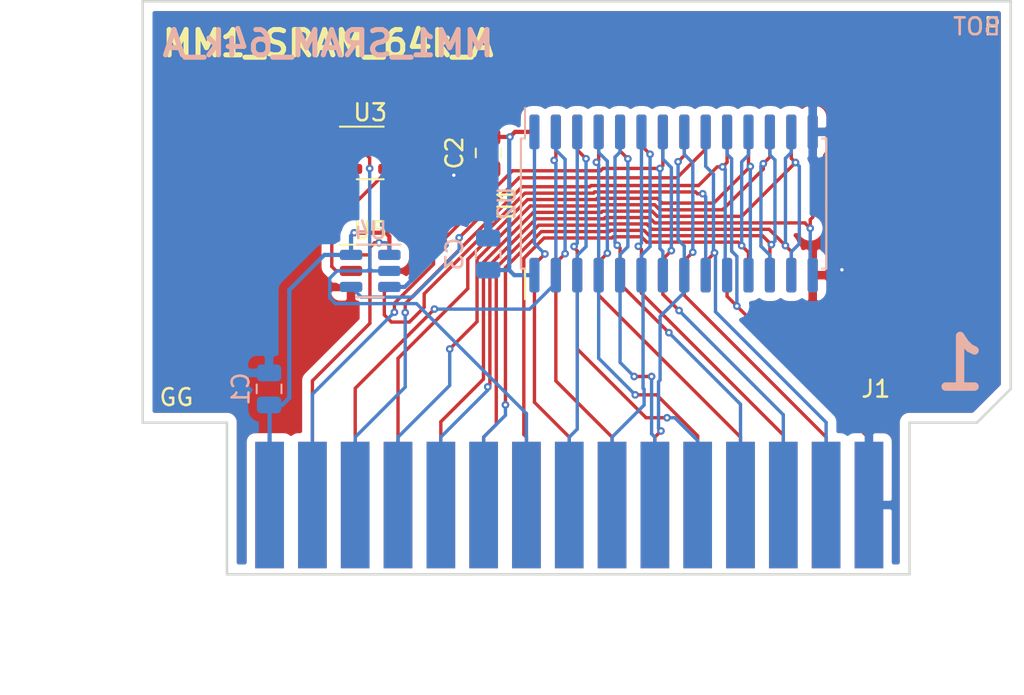
<source format=kicad_pcb>
(kicad_pcb (version 20171130) (host pcbnew "(5.1.8)-1")

  (general
    (thickness 1.6)
    (drawings 21)
    (tracks 433)
    (zones 0)
    (modules 9)
    (nets 34)
  )

  (page A4)
  (title_block
    (title MM1_SRAM_64k_A)
    (date 2020-11-20)
    (rev R1)
    (company "Copyright Guillaume Guillet 2020")
    (comment 1 "Licensed under CERN-OHL-W v2 or later")
  )

  (layers
    (0 F.Cu signal)
    (31 B.Cu signal)
    (32 B.Adhes user)
    (33 F.Adhes user)
    (34 B.Paste user)
    (35 F.Paste user)
    (36 B.SilkS user)
    (37 F.SilkS user)
    (38 B.Mask user)
    (39 F.Mask user)
    (40 Dwgs.User user)
    (41 Cmts.User user)
    (42 Eco1.User user)
    (43 Eco2.User user)
    (44 Edge.Cuts user)
    (45 Margin user)
    (46 B.CrtYd user)
    (47 F.CrtYd user)
    (48 B.Fab user)
    (49 F.Fab user)
  )

  (setup
    (last_trace_width 0.2)
    (trace_clearance 0.18)
    (zone_clearance 0.508)
    (zone_45_only no)
    (trace_min 0.18)
    (via_size 0.45)
    (via_drill 0.2)
    (via_min_size 0.45)
    (via_min_drill 0.2)
    (uvia_size 0.45)
    (uvia_drill 0.2)
    (uvias_allowed no)
    (uvia_min_size 0.45)
    (uvia_min_drill 0.2)
    (edge_width 0.15)
    (segment_width 0.2)
    (pcb_text_width 0.3)
    (pcb_text_size 1.5 1.5)
    (mod_edge_width 0.15)
    (mod_text_size 1 1)
    (mod_text_width 0.15)
    (pad_size 1.524 1.524)
    (pad_drill 0.762)
    (pad_to_mask_clearance 0)
    (aux_axis_origin 112.5 87)
    (visible_elements 7FFFE7FF)
    (pcbplotparams
      (layerselection 0x010f0_ffffffff)
      (usegerberextensions false)
      (usegerberattributes false)
      (usegerberadvancedattributes false)
      (creategerberjobfile false)
      (excludeedgelayer true)
      (linewidth 0.100000)
      (plotframeref false)
      (viasonmask false)
      (mode 1)
      (useauxorigin true)
      (hpglpennumber 1)
      (hpglpenspeed 20)
      (hpglpendiameter 15.000000)
      (psnegative false)
      (psa4output false)
      (plotreference true)
      (plotvalue true)
      (plotinvisibletext false)
      (padsonsilk false)
      (subtractmaskfromsilk false)
      (outputformat 1)
      (mirror false)
      (drillshape 0)
      (scaleselection 1)
      (outputdirectory "documents/MM1_SRAM_64k_A_gerbert/"))
  )

  (net 0 "")
  (net 1 +5V)
  (net 2 GND)
  (net 3 +3V3)
  (net 4 /MEM_~OE)
  (net 5 /MEM_~CE)
  (net 6 /MEMDATA_7)
  (net 7 /MEM_~WE)
  (net 8 /MEMDATA_5)
  (net 9 /MEMDATA_6)
  (net 10 /MEMDATA_3)
  (net 11 /MEMDATA_4)
  (net 12 /MEMDATA_1)
  (net 13 /MEMDATA_2)
  (net 14 /MEMDATA_0)
  (net 15 /MEMADDRESS_15)
  (net 16 /MEMADDRESS_13)
  (net 17 /MEMADDRESS_14)
  (net 18 /MEMADDRESS_11)
  (net 19 /MEMADDRESS_12)
  (net 20 /MEMADDRESS_9)
  (net 21 /MEMADDRESS_10)
  (net 22 /MEMADDRESS_7)
  (net 23 /MEMADDRESS_8)
  (net 24 /MEMADDRESS_5)
  (net 25 /MEMADDRESS_6)
  (net 26 /MEMADDRESS_3)
  (net 27 /MEMADDRESS_4)
  (net 28 /MEMADDRESS_1)
  (net 29 /MEMADDRESS_2)
  (net 30 /MEMADDRESS_0)
  (net 31 /MEM1_~CE)
  (net 32 /MEM2_~CE)
  (net 33 /~MEMADDRESS_15)

  (net_class Default "Ceci est la Netclass par défaut"
    (clearance 0.18)
    (trace_width 0.2)
    (via_dia 0.45)
    (via_drill 0.2)
    (uvia_dia 0.45)
    (uvia_drill 0.2)
    (add_net /MEM1_~CE)
    (add_net /MEM2_~CE)
    (add_net /MEMADDRESS_0)
    (add_net /MEMADDRESS_1)
    (add_net /MEMADDRESS_10)
    (add_net /MEMADDRESS_11)
    (add_net /MEMADDRESS_12)
    (add_net /MEMADDRESS_13)
    (add_net /MEMADDRESS_14)
    (add_net /MEMADDRESS_15)
    (add_net /MEMADDRESS_2)
    (add_net /MEMADDRESS_3)
    (add_net /MEMADDRESS_4)
    (add_net /MEMADDRESS_5)
    (add_net /MEMADDRESS_6)
    (add_net /MEMADDRESS_7)
    (add_net /MEMADDRESS_8)
    (add_net /MEMADDRESS_9)
    (add_net /MEMDATA_0)
    (add_net /MEMDATA_1)
    (add_net /MEMDATA_2)
    (add_net /MEMDATA_3)
    (add_net /MEMDATA_4)
    (add_net /MEMDATA_5)
    (add_net /MEMDATA_6)
    (add_net /MEMDATA_7)
    (add_net /MEM_~CE)
    (add_net /MEM_~OE)
    (add_net /MEM_~WE)
    (add_net /~MEMADDRESS_15)
  )

  (net_class Power ""
    (clearance 0.2)
    (trace_width 0.25)
    (via_dia 0.45)
    (via_drill 0.2)
    (uvia_dia 0.45)
    (uvia_drill 0.2)
    (add_net +3V3)
    (add_net +5V)
    (add_net GND)
  )

  (module SOJ28:SOJ-28_P1.27mm (layer B.Cu) (tedit 5FBBB281) (tstamp 5FBC0CAA)
    (at 144 99 270)
    (descr "SOJ, 28 Pin")
    (tags "SOJ SO")
    (path /5FB711A4)
    (attr smd)
    (fp_text reference U2 (at 0 9.9 90) (layer B.SilkS)
      (effects (font (size 1 1) (thickness 0.15)) (justify mirror))
    )
    (fp_text value IS61LV256AL-10JL (at 0 -9.9 90) (layer B.Fab)
      (effects (font (size 1 1) (thickness 0.15)) (justify mirror))
    )
    (fp_line (start 0 -9.06) (end 3.86 -9.06) (layer B.SilkS) (width 0.12))
    (fp_line (start 3.86 -9.06) (end 3.86 -8.815) (layer B.SilkS) (width 0.12))
    (fp_line (start 0 -9.06) (end -3.86 -9.06) (layer B.SilkS) (width 0.12))
    (fp_line (start -3.86 -9.06) (end -3.86 -8.815) (layer B.SilkS) (width 0.12))
    (fp_line (start 0 9.06) (end 3.86 9.06) (layer B.SilkS) (width 0.12))
    (fp_line (start 3.86 9.06) (end 3.86 8.815) (layer B.SilkS) (width 0.12))
    (fp_line (start 0 9.06) (end -3.86 9.06) (layer B.SilkS) (width 0.12))
    (fp_line (start -3.86 9.06) (end -3.86 8.815) (layer B.SilkS) (width 0.12))
    (fp_line (start -3.86 8.815) (end -5.675 8.815) (layer B.SilkS) (width 0.12))
    (fp_line (start -2.75 8.95) (end 3.75 8.95) (layer B.Fab) (width 0.1))
    (fp_line (start 3.75 8.95) (end 3.75 -8.95) (layer B.Fab) (width 0.1))
    (fp_line (start 3.75 -8.95) (end -3.75 -8.95) (layer B.Fab) (width 0.1))
    (fp_line (start -3.75 -8.95) (end -3.75 7.95) (layer B.Fab) (width 0.1))
    (fp_line (start -3.75 7.95) (end -2.75 8.95) (layer B.Fab) (width 0.1))
    (fp_line (start -5.93 9.2) (end -5.93 -9.2) (layer B.CrtYd) (width 0.05))
    (fp_line (start -5.93 -9.2) (end 5.93 -9.2) (layer B.CrtYd) (width 0.05))
    (fp_line (start 5.93 -9.2) (end 5.93 9.2) (layer B.CrtYd) (width 0.05))
    (fp_line (start 5.93 9.2) (end -5.93 9.2) (layer B.CrtYd) (width 0.05))
    (fp_text user %R (at 0 0 90) (layer B.Fab)
      (effects (font (size 1 1) (thickness 0.15)) (justify mirror))
    )
    (pad 28 smd roundrect (at 4.25 8.255 270) (size 2.05 0.6) (layers B.Cu B.Paste B.Mask) (roundrect_rratio 0.25)
      (net 3 +3V3))
    (pad 27 smd roundrect (at 4.25 6.985 270) (size 2.05 0.6) (layers B.Cu B.Paste B.Mask) (roundrect_rratio 0.25)
      (net 7 /MEM_~WE))
    (pad 26 smd roundrect (at 4.25 5.715 270) (size 2.05 0.6) (layers B.Cu B.Paste B.Mask) (roundrect_rratio 0.25)
      (net 16 /MEMADDRESS_13))
    (pad 25 smd roundrect (at 4.25 4.445 270) (size 2.05 0.6) (layers B.Cu B.Paste B.Mask) (roundrect_rratio 0.25)
      (net 23 /MEMADDRESS_8))
    (pad 24 smd roundrect (at 4.25 3.175 270) (size 2.05 0.6) (layers B.Cu B.Paste B.Mask) (roundrect_rratio 0.25)
      (net 20 /MEMADDRESS_9))
    (pad 23 smd roundrect (at 4.25 1.905 270) (size 2.05 0.6) (layers B.Cu B.Paste B.Mask) (roundrect_rratio 0.25)
      (net 18 /MEMADDRESS_11))
    (pad 22 smd roundrect (at 4.25 0.635 270) (size 2.05 0.6) (layers B.Cu B.Paste B.Mask) (roundrect_rratio 0.25)
      (net 4 /MEM_~OE))
    (pad 21 smd roundrect (at 4.25 -0.635 270) (size 2.05 0.6) (layers B.Cu B.Paste B.Mask) (roundrect_rratio 0.25)
      (net 21 /MEMADDRESS_10))
    (pad 20 smd roundrect (at 4.25 -1.905 270) (size 2.05 0.6) (layers B.Cu B.Paste B.Mask) (roundrect_rratio 0.25)
      (net 32 /MEM2_~CE))
    (pad 19 smd roundrect (at 4.25 -3.175 270) (size 2.05 0.6) (layers B.Cu B.Paste B.Mask) (roundrect_rratio 0.25)
      (net 6 /MEMDATA_7))
    (pad 18 smd roundrect (at 4.25 -4.445 270) (size 2.05 0.6) (layers B.Cu B.Paste B.Mask) (roundrect_rratio 0.25)
      (net 9 /MEMDATA_6))
    (pad 17 smd roundrect (at 4.25 -5.715 270) (size 2.05 0.6) (layers B.Cu B.Paste B.Mask) (roundrect_rratio 0.25)
      (net 8 /MEMDATA_5))
    (pad 16 smd roundrect (at 4.25 -6.985 270) (size 2.05 0.6) (layers B.Cu B.Paste B.Mask) (roundrect_rratio 0.25)
      (net 11 /MEMDATA_4))
    (pad 15 smd roundrect (at 4.25 -8.255 270) (size 2.05 0.6) (layers B.Cu B.Paste B.Mask) (roundrect_rratio 0.25)
      (net 10 /MEMDATA_3))
    (pad 14 smd roundrect (at -4.25 -8.255 270) (size 2.05 0.6) (layers B.Cu B.Paste B.Mask) (roundrect_rratio 0.25)
      (net 2 GND))
    (pad 13 smd roundrect (at -4.25 -6.985 270) (size 2.05 0.6) (layers B.Cu B.Paste B.Mask) (roundrect_rratio 0.25)
      (net 13 /MEMDATA_2))
    (pad 12 smd roundrect (at -4.25 -5.715 270) (size 2.05 0.6) (layers B.Cu B.Paste B.Mask) (roundrect_rratio 0.25)
      (net 12 /MEMDATA_1))
    (pad 11 smd roundrect (at -4.25 -4.445 270) (size 2.05 0.6) (layers B.Cu B.Paste B.Mask) (roundrect_rratio 0.25)
      (net 14 /MEMDATA_0))
    (pad 10 smd roundrect (at -4.25 -3.175 270) (size 2.05 0.6) (layers B.Cu B.Paste B.Mask) (roundrect_rratio 0.25)
      (net 30 /MEMADDRESS_0))
    (pad 9 smd roundrect (at -4.25 -1.905 270) (size 2.05 0.6) (layers B.Cu B.Paste B.Mask) (roundrect_rratio 0.25)
      (net 28 /MEMADDRESS_1))
    (pad 8 smd roundrect (at -4.25 -0.635 270) (size 2.05 0.6) (layers B.Cu B.Paste B.Mask) (roundrect_rratio 0.25)
      (net 29 /MEMADDRESS_2))
    (pad 7 smd roundrect (at -4.25 0.635 270) (size 2.05 0.6) (layers B.Cu B.Paste B.Mask) (roundrect_rratio 0.25)
      (net 26 /MEMADDRESS_3))
    (pad 6 smd roundrect (at -4.25 1.905 270) (size 2.05 0.6) (layers B.Cu B.Paste B.Mask) (roundrect_rratio 0.25)
      (net 27 /MEMADDRESS_4))
    (pad 5 smd roundrect (at -4.25 3.175 270) (size 2.05 0.6) (layers B.Cu B.Paste B.Mask) (roundrect_rratio 0.25)
      (net 24 /MEMADDRESS_5))
    (pad 4 smd roundrect (at -4.25 4.445 270) (size 2.05 0.6) (layers B.Cu B.Paste B.Mask) (roundrect_rratio 0.25)
      (net 25 /MEMADDRESS_6))
    (pad 3 smd roundrect (at -4.25 5.715 270) (size 2.05 0.6) (layers B.Cu B.Paste B.Mask) (roundrect_rratio 0.25)
      (net 22 /MEMADDRESS_7))
    (pad 2 smd roundrect (at -4.25 6.985 270) (size 2.05 0.6) (layers B.Cu B.Paste B.Mask) (roundrect_rratio 0.25)
      (net 19 /MEMADDRESS_12))
    (pad 1 smd roundrect (at -4.25 8.255 270) (size 2.05 0.6) (layers B.Cu B.Paste B.Mask) (roundrect_rratio 0.25)
      (net 17 /MEMADDRESS_14))
    (model ${KIPRJMOD}/libraries/3D/SOJ28-4.step
      (offset (xyz 0 0 2.1))
      (scale (xyz 1 1 1))
      (rotate (xyz -90 0 90))
    )
  )

  (module SOJ28:SOJ-28_P1.27mm (layer F.Cu) (tedit 5FBBB281) (tstamp 5FBC0C78)
    (at 144 99 90)
    (descr "SOJ, 28 Pin")
    (tags "SOJ SO")
    (path /5FB9044C)
    (attr smd)
    (fp_text reference U1 (at 0 -9.9 90) (layer F.SilkS)
      (effects (font (size 1 1) (thickness 0.15)))
    )
    (fp_text value IS61LV256AL-10JL (at 0 9.9 90) (layer F.Fab)
      (effects (font (size 1 1) (thickness 0.15)))
    )
    (fp_line (start 0 9.06) (end 3.86 9.06) (layer F.SilkS) (width 0.12))
    (fp_line (start 3.86 9.06) (end 3.86 8.815) (layer F.SilkS) (width 0.12))
    (fp_line (start 0 9.06) (end -3.86 9.06) (layer F.SilkS) (width 0.12))
    (fp_line (start -3.86 9.06) (end -3.86 8.815) (layer F.SilkS) (width 0.12))
    (fp_line (start 0 -9.06) (end 3.86 -9.06) (layer F.SilkS) (width 0.12))
    (fp_line (start 3.86 -9.06) (end 3.86 -8.815) (layer F.SilkS) (width 0.12))
    (fp_line (start 0 -9.06) (end -3.86 -9.06) (layer F.SilkS) (width 0.12))
    (fp_line (start -3.86 -9.06) (end -3.86 -8.815) (layer F.SilkS) (width 0.12))
    (fp_line (start -3.86 -8.815) (end -5.675 -8.815) (layer F.SilkS) (width 0.12))
    (fp_line (start -2.75 -8.95) (end 3.75 -8.95) (layer F.Fab) (width 0.1))
    (fp_line (start 3.75 -8.95) (end 3.75 8.95) (layer F.Fab) (width 0.1))
    (fp_line (start 3.75 8.95) (end -3.75 8.95) (layer F.Fab) (width 0.1))
    (fp_line (start -3.75 8.95) (end -3.75 -7.95) (layer F.Fab) (width 0.1))
    (fp_line (start -3.75 -7.95) (end -2.75 -8.95) (layer F.Fab) (width 0.1))
    (fp_line (start -5.93 -9.2) (end -5.93 9.2) (layer F.CrtYd) (width 0.05))
    (fp_line (start -5.93 9.2) (end 5.93 9.2) (layer F.CrtYd) (width 0.05))
    (fp_line (start 5.93 9.2) (end 5.93 -9.2) (layer F.CrtYd) (width 0.05))
    (fp_line (start 5.93 -9.2) (end -5.93 -9.2) (layer F.CrtYd) (width 0.05))
    (fp_text user %R (at 0 0 90) (layer F.Fab)
      (effects (font (size 1 1) (thickness 0.15)))
    )
    (pad 28 smd roundrect (at 4.25 -8.255 90) (size 2.05 0.6) (layers F.Cu F.Paste F.Mask) (roundrect_rratio 0.25)
      (net 3 +3V3))
    (pad 27 smd roundrect (at 4.25 -6.985 90) (size 2.05 0.6) (layers F.Cu F.Paste F.Mask) (roundrect_rratio 0.25)
      (net 7 /MEM_~WE))
    (pad 26 smd roundrect (at 4.25 -5.715 90) (size 2.05 0.6) (layers F.Cu F.Paste F.Mask) (roundrect_rratio 0.25)
      (net 16 /MEMADDRESS_13))
    (pad 25 smd roundrect (at 4.25 -4.445 90) (size 2.05 0.6) (layers F.Cu F.Paste F.Mask) (roundrect_rratio 0.25)
      (net 23 /MEMADDRESS_8))
    (pad 24 smd roundrect (at 4.25 -3.175 90) (size 2.05 0.6) (layers F.Cu F.Paste F.Mask) (roundrect_rratio 0.25)
      (net 20 /MEMADDRESS_9))
    (pad 23 smd roundrect (at 4.25 -1.905 90) (size 2.05 0.6) (layers F.Cu F.Paste F.Mask) (roundrect_rratio 0.25)
      (net 18 /MEMADDRESS_11))
    (pad 22 smd roundrect (at 4.25 -0.635 90) (size 2.05 0.6) (layers F.Cu F.Paste F.Mask) (roundrect_rratio 0.25)
      (net 4 /MEM_~OE))
    (pad 21 smd roundrect (at 4.25 0.635 90) (size 2.05 0.6) (layers F.Cu F.Paste F.Mask) (roundrect_rratio 0.25)
      (net 21 /MEMADDRESS_10))
    (pad 20 smd roundrect (at 4.25 1.905 90) (size 2.05 0.6) (layers F.Cu F.Paste F.Mask) (roundrect_rratio 0.25)
      (net 31 /MEM1_~CE))
    (pad 19 smd roundrect (at 4.25 3.175 90) (size 2.05 0.6) (layers F.Cu F.Paste F.Mask) (roundrect_rratio 0.25)
      (net 6 /MEMDATA_7))
    (pad 18 smd roundrect (at 4.25 4.445 90) (size 2.05 0.6) (layers F.Cu F.Paste F.Mask) (roundrect_rratio 0.25)
      (net 9 /MEMDATA_6))
    (pad 17 smd roundrect (at 4.25 5.715 90) (size 2.05 0.6) (layers F.Cu F.Paste F.Mask) (roundrect_rratio 0.25)
      (net 8 /MEMDATA_5))
    (pad 16 smd roundrect (at 4.25 6.985 90) (size 2.05 0.6) (layers F.Cu F.Paste F.Mask) (roundrect_rratio 0.25)
      (net 11 /MEMDATA_4))
    (pad 15 smd roundrect (at 4.25 8.255 90) (size 2.05 0.6) (layers F.Cu F.Paste F.Mask) (roundrect_rratio 0.25)
      (net 10 /MEMDATA_3))
    (pad 14 smd roundrect (at -4.25 8.255 90) (size 2.05 0.6) (layers F.Cu F.Paste F.Mask) (roundrect_rratio 0.25)
      (net 2 GND))
    (pad 13 smd roundrect (at -4.25 6.985 90) (size 2.05 0.6) (layers F.Cu F.Paste F.Mask) (roundrect_rratio 0.25)
      (net 13 /MEMDATA_2))
    (pad 12 smd roundrect (at -4.25 5.715 90) (size 2.05 0.6) (layers F.Cu F.Paste F.Mask) (roundrect_rratio 0.25)
      (net 12 /MEMDATA_1))
    (pad 11 smd roundrect (at -4.25 4.445 90) (size 2.05 0.6) (layers F.Cu F.Paste F.Mask) (roundrect_rratio 0.25)
      (net 14 /MEMDATA_0))
    (pad 10 smd roundrect (at -4.25 3.175 90) (size 2.05 0.6) (layers F.Cu F.Paste F.Mask) (roundrect_rratio 0.25)
      (net 30 /MEMADDRESS_0))
    (pad 9 smd roundrect (at -4.25 1.905 90) (size 2.05 0.6) (layers F.Cu F.Paste F.Mask) (roundrect_rratio 0.25)
      (net 28 /MEMADDRESS_1))
    (pad 8 smd roundrect (at -4.25 0.635 90) (size 2.05 0.6) (layers F.Cu F.Paste F.Mask) (roundrect_rratio 0.25)
      (net 29 /MEMADDRESS_2))
    (pad 7 smd roundrect (at -4.25 -0.635 90) (size 2.05 0.6) (layers F.Cu F.Paste F.Mask) (roundrect_rratio 0.25)
      (net 26 /MEMADDRESS_3))
    (pad 6 smd roundrect (at -4.25 -1.905 90) (size 2.05 0.6) (layers F.Cu F.Paste F.Mask) (roundrect_rratio 0.25)
      (net 27 /MEMADDRESS_4))
    (pad 5 smd roundrect (at -4.25 -3.175 90) (size 2.05 0.6) (layers F.Cu F.Paste F.Mask) (roundrect_rratio 0.25)
      (net 24 /MEMADDRESS_5))
    (pad 4 smd roundrect (at -4.25 -4.445 90) (size 2.05 0.6) (layers F.Cu F.Paste F.Mask) (roundrect_rratio 0.25)
      (net 25 /MEMADDRESS_6))
    (pad 3 smd roundrect (at -4.25 -5.715 90) (size 2.05 0.6) (layers F.Cu F.Paste F.Mask) (roundrect_rratio 0.25)
      (net 22 /MEMADDRESS_7))
    (pad 2 smd roundrect (at -4.25 -6.985 90) (size 2.05 0.6) (layers F.Cu F.Paste F.Mask) (roundrect_rratio 0.25)
      (net 19 /MEMADDRESS_12))
    (pad 1 smd roundrect (at -4.25 -8.255 90) (size 2.05 0.6) (layers F.Cu F.Paste F.Mask) (roundrect_rratio 0.25)
      (net 17 /MEMADDRESS_14))
    (model ${KIPRJMOD}/libraries/3D/SOJ28-4.step
      (offset (xyz 0 0 2.1))
      (scale (xyz 1 1 1))
      (rotate (xyz -90 0 90))
    )
  )

  (module 5530843-2_edge:5530843-2_edge (layer F.Cu) (tedit 5D7E56B9) (tstamp 5D81CDBB)
    (at 147.97 106.73)
    (path /5D7E9C02)
    (fp_text reference J1 (at 8.03 3.27) (layer F.SilkS)
      (effects (font (size 1 1) (thickness 0.15)))
    )
    (fp_text value MM1_edgeConnector_5530843-2 (at -2.97 4.77) (layer F.Fab)
      (effects (font (size 1 1) (thickness 0.15)))
    )
    (pad 29 smd rect (at -27.94 10.16) (size 1.7 7.5) (layers B.Cu B.Paste B.Mask)
      (net 3 +3V3))
    (pad 30 smd rect (at -27.94 10.16) (size 1.7 7.5) (layers F.Cu F.Paste F.Mask)
      (net 1 +5V))
    (pad 27 smd rect (at -25.4 10.16) (size 1.7 7.5) (layers B.Cu B.Paste B.Mask)
      (net 4 /MEM_~OE))
    (pad 28 smd rect (at -25.4 10.16) (size 1.7 7.5) (layers F.Cu F.Paste F.Mask)
      (net 5 /MEM_~CE))
    (pad 25 smd rect (at -22.86 10.16) (size 1.7 7.5) (layers B.Cu B.Paste B.Mask)
      (net 6 /MEMDATA_7))
    (pad 26 smd rect (at -22.86 10.16) (size 1.7 7.5) (layers F.Cu F.Paste F.Mask)
      (net 7 /MEM_~WE))
    (pad 23 smd rect (at -20.32 10.16) (size 1.7 7.5) (layers B.Cu B.Paste B.Mask)
      (net 8 /MEMDATA_5))
    (pad 24 smd rect (at -20.32 10.16) (size 1.7 7.5) (layers F.Cu F.Paste F.Mask)
      (net 9 /MEMDATA_6))
    (pad 21 smd rect (at -17.78 10.16) (size 1.7 7.5) (layers B.Cu B.Paste B.Mask)
      (net 10 /MEMDATA_3))
    (pad 22 smd rect (at -17.78 10.16) (size 1.7 7.5) (layers F.Cu F.Paste F.Mask)
      (net 11 /MEMDATA_4))
    (pad 19 smd rect (at -15.24 10.16) (size 1.7 7.5) (layers B.Cu B.Paste B.Mask)
      (net 12 /MEMDATA_1))
    (pad 20 smd rect (at -15.24 10.16) (size 1.7 7.5) (layers F.Cu F.Paste F.Mask)
      (net 13 /MEMDATA_2))
    (pad 17 smd rect (at -12.7 10.16) (size 1.7 7.5) (layers B.Cu B.Paste B.Mask)
      (net 15 /MEMADDRESS_15))
    (pad 18 smd rect (at -12.7 10.16) (size 1.7 7.5) (layers F.Cu F.Paste F.Mask)
      (net 14 /MEMDATA_0))
    (pad 15 smd rect (at -10.16 10.16) (size 1.7 7.5) (layers B.Cu B.Paste B.Mask)
      (net 16 /MEMADDRESS_13))
    (pad 16 smd rect (at -10.16 10.16) (size 1.7 7.5) (layers F.Cu F.Paste F.Mask)
      (net 17 /MEMADDRESS_14))
    (pad 13 smd rect (at -7.62 10.16) (size 1.7 7.5) (layers B.Cu B.Paste B.Mask)
      (net 18 /MEMADDRESS_11))
    (pad 14 smd rect (at -7.62 10.16) (size 1.7 7.5) (layers F.Cu F.Paste F.Mask)
      (net 19 /MEMADDRESS_12))
    (pad 11 smd rect (at -5.08 10.16) (size 1.7 7.5) (layers B.Cu B.Paste B.Mask)
      (net 20 /MEMADDRESS_9))
    (pad 12 smd rect (at -5.08 10.16) (size 1.7 7.5) (layers F.Cu F.Paste F.Mask)
      (net 21 /MEMADDRESS_10))
    (pad 9 smd rect (at -2.54 10.16) (size 1.7 7.5) (layers B.Cu B.Paste B.Mask)
      (net 22 /MEMADDRESS_7))
    (pad 10 smd rect (at -2.54 10.16) (size 1.7 7.5) (layers F.Cu F.Paste F.Mask)
      (net 23 /MEMADDRESS_8))
    (pad 7 smd rect (at 0 10.16) (size 1.7 7.5) (layers B.Cu B.Paste B.Mask)
      (net 24 /MEMADDRESS_5))
    (pad 8 smd rect (at 0 10.16) (size 1.7 7.5) (layers F.Cu F.Paste F.Mask)
      (net 25 /MEMADDRESS_6))
    (pad 5 smd rect (at 2.54 10.16) (size 1.7 7.5) (layers B.Cu B.Paste B.Mask)
      (net 26 /MEMADDRESS_3))
    (pad 6 smd rect (at 2.54 10.16) (size 1.7 7.5) (layers F.Cu F.Paste F.Mask)
      (net 27 /MEMADDRESS_4))
    (pad 3 smd rect (at 5.08 10.16) (size 1.7 7.5) (layers B.Cu B.Paste B.Mask)
      (net 28 /MEMADDRESS_1))
    (pad 4 smd rect (at 5.08 10.16) (size 1.7 7.5) (layers F.Cu F.Paste F.Mask)
      (net 29 /MEMADDRESS_2))
    (pad 1 smd rect (at 7.62 10.16) (size 1.7 7.5) (layers B.Cu B.Paste B.Mask)
      (net 2 GND))
    (pad 2 smd rect (at 7.62 10.16) (size 1.7 7.5) (layers F.Cu F.Paste F.Mask)
      (net 30 /MEMADDRESS_0))
  )

  (module Capacitor_SMD:C_0805_2012Metric (layer B.Cu) (tedit 5F68FEEE) (tstamp 5FB6FDA9)
    (at 120 110 270)
    (descr "Capacitor SMD 0805 (2012 Metric), square (rectangular) end terminal, IPC_7351 nominal, (Body size source: IPC-SM-782 page 76, https://www.pcb-3d.com/wordpress/wp-content/uploads/ipc-sm-782a_amendment_1_and_2.pdf, https://docs.google.com/spreadsheets/d/1BsfQQcO9C6DZCsRaXUlFlo91Tg2WpOkGARC1WS5S8t0/edit?usp=sharing), generated with kicad-footprint-generator")
    (tags capacitor)
    (path /5FB8B5C9)
    (attr smd)
    (fp_text reference C1 (at 0 1.68 90) (layer B.SilkS)
      (effects (font (size 1 1) (thickness 0.15)) (justify mirror))
    )
    (fp_text value 100nF (at 0 -1.68 90) (layer B.Fab)
      (effects (font (size 1 1) (thickness 0.15)) (justify mirror))
    )
    (fp_line (start 1.7 -0.98) (end -1.7 -0.98) (layer B.CrtYd) (width 0.05))
    (fp_line (start 1.7 0.98) (end 1.7 -0.98) (layer B.CrtYd) (width 0.05))
    (fp_line (start -1.7 0.98) (end 1.7 0.98) (layer B.CrtYd) (width 0.05))
    (fp_line (start -1.7 -0.98) (end -1.7 0.98) (layer B.CrtYd) (width 0.05))
    (fp_line (start -0.261252 -0.735) (end 0.261252 -0.735) (layer B.SilkS) (width 0.12))
    (fp_line (start -0.261252 0.735) (end 0.261252 0.735) (layer B.SilkS) (width 0.12))
    (fp_line (start 1 -0.625) (end -1 -0.625) (layer B.Fab) (width 0.1))
    (fp_line (start 1 0.625) (end 1 -0.625) (layer B.Fab) (width 0.1))
    (fp_line (start -1 0.625) (end 1 0.625) (layer B.Fab) (width 0.1))
    (fp_line (start -1 -0.625) (end -1 0.625) (layer B.Fab) (width 0.1))
    (fp_text user %R (at 0 0 90) (layer B.Fab)
      (effects (font (size 0.5 0.5) (thickness 0.08)) (justify mirror))
    )
    (pad 1 smd roundrect (at -0.95 0 270) (size 1 1.45) (layers B.Cu B.Paste B.Mask) (roundrect_rratio 0.25)
      (net 2 GND))
    (pad 2 smd roundrect (at 0.95 0 270) (size 1 1.45) (layers B.Cu B.Paste B.Mask) (roundrect_rratio 0.25)
      (net 3 +3V3))
    (model ${KISYS3DMOD}/Capacitor_SMD.3dshapes/C_0805_2012Metric.wrl
      (at (xyz 0 0 0))
      (scale (xyz 1 1 1))
      (rotate (xyz 0 0 0))
    )
  )

  (module Capacitor_SMD:C_0805_2012Metric (layer F.Cu) (tedit 5F68FEEE) (tstamp 5FB6FDBA)
    (at 133 96 270)
    (descr "Capacitor SMD 0805 (2012 Metric), square (rectangular) end terminal, IPC_7351 nominal, (Body size source: IPC-SM-782 page 76, https://www.pcb-3d.com/wordpress/wp-content/uploads/ipc-sm-782a_amendment_1_and_2.pdf, https://docs.google.com/spreadsheets/d/1BsfQQcO9C6DZCsRaXUlFlo91Tg2WpOkGARC1WS5S8t0/edit?usp=sharing), generated with kicad-footprint-generator")
    (tags capacitor)
    (path /5FB88D58)
    (attr smd)
    (fp_text reference C2 (at 0 2 90) (layer F.SilkS)
      (effects (font (size 1 1) (thickness 0.15)))
    )
    (fp_text value 100nF (at 0 1.68 90) (layer F.Fab)
      (effects (font (size 1 1) (thickness 0.15)))
    )
    (fp_line (start 1.7 0.98) (end -1.7 0.98) (layer F.CrtYd) (width 0.05))
    (fp_line (start 1.7 -0.98) (end 1.7 0.98) (layer F.CrtYd) (width 0.05))
    (fp_line (start -1.7 -0.98) (end 1.7 -0.98) (layer F.CrtYd) (width 0.05))
    (fp_line (start -1.7 0.98) (end -1.7 -0.98) (layer F.CrtYd) (width 0.05))
    (fp_line (start -0.261252 0.735) (end 0.261252 0.735) (layer F.SilkS) (width 0.12))
    (fp_line (start -0.261252 -0.735) (end 0.261252 -0.735) (layer F.SilkS) (width 0.12))
    (fp_line (start 1 0.625) (end -1 0.625) (layer F.Fab) (width 0.1))
    (fp_line (start 1 -0.625) (end 1 0.625) (layer F.Fab) (width 0.1))
    (fp_line (start -1 -0.625) (end 1 -0.625) (layer F.Fab) (width 0.1))
    (fp_line (start -1 0.625) (end -1 -0.625) (layer F.Fab) (width 0.1))
    (fp_text user %R (at 0 0 90) (layer F.Fab)
      (effects (font (size 0.5 0.5) (thickness 0.08)))
    )
    (pad 1 smd roundrect (at -0.95 0 270) (size 1 1.45) (layers F.Cu F.Paste F.Mask) (roundrect_rratio 0.25)
      (net 3 +3V3))
    (pad 2 smd roundrect (at 0.95 0 270) (size 1 1.45) (layers F.Cu F.Paste F.Mask) (roundrect_rratio 0.25)
      (net 2 GND))
    (model ${KISYS3DMOD}/Capacitor_SMD.3dshapes/C_0805_2012Metric.wrl
      (at (xyz 0 0 0))
      (scale (xyz 1 1 1))
      (rotate (xyz 0 0 0))
    )
  )

  (module Capacitor_SMD:C_0805_2012Metric (layer B.Cu) (tedit 5F68FEEE) (tstamp 5FB6FDCB)
    (at 133 102 90)
    (descr "Capacitor SMD 0805 (2012 Metric), square (rectangular) end terminal, IPC_7351 nominal, (Body size source: IPC-SM-782 page 76, https://www.pcb-3d.com/wordpress/wp-content/uploads/ipc-sm-782a_amendment_1_and_2.pdf, https://docs.google.com/spreadsheets/d/1BsfQQcO9C6DZCsRaXUlFlo91Tg2WpOkGARC1WS5S8t0/edit?usp=sharing), generated with kicad-footprint-generator")
    (tags capacitor)
    (path /5FB8A3CC)
    (attr smd)
    (fp_text reference C3 (at 0 -2 90) (layer B.SilkS)
      (effects (font (size 1 1) (thickness 0.15)) (justify mirror))
    )
    (fp_text value 100nF (at 0 -1.68 90) (layer B.Fab)
      (effects (font (size 1 1) (thickness 0.15)) (justify mirror))
    )
    (fp_line (start -1 -0.625) (end -1 0.625) (layer B.Fab) (width 0.1))
    (fp_line (start -1 0.625) (end 1 0.625) (layer B.Fab) (width 0.1))
    (fp_line (start 1 0.625) (end 1 -0.625) (layer B.Fab) (width 0.1))
    (fp_line (start 1 -0.625) (end -1 -0.625) (layer B.Fab) (width 0.1))
    (fp_line (start -0.261252 0.735) (end 0.261252 0.735) (layer B.SilkS) (width 0.12))
    (fp_line (start -0.261252 -0.735) (end 0.261252 -0.735) (layer B.SilkS) (width 0.12))
    (fp_line (start -1.7 -0.98) (end -1.7 0.98) (layer B.CrtYd) (width 0.05))
    (fp_line (start -1.7 0.98) (end 1.7 0.98) (layer B.CrtYd) (width 0.05))
    (fp_line (start 1.7 0.98) (end 1.7 -0.98) (layer B.CrtYd) (width 0.05))
    (fp_line (start 1.7 -0.98) (end -1.7 -0.98) (layer B.CrtYd) (width 0.05))
    (fp_text user %R (at 0 0 90) (layer B.Fab)
      (effects (font (size 0.5 0.5) (thickness 0.08)) (justify mirror))
    )
    (pad 2 smd roundrect (at 0.95 0 90) (size 1 1.45) (layers B.Cu B.Paste B.Mask) (roundrect_rratio 0.25)
      (net 2 GND))
    (pad 1 smd roundrect (at -0.95 0 90) (size 1 1.45) (layers B.Cu B.Paste B.Mask) (roundrect_rratio 0.25)
      (net 3 +3V3))
    (model ${KISYS3DMOD}/Capacitor_SMD.3dshapes/C_0805_2012Metric.wrl
      (at (xyz 0 0 0))
      (scale (xyz 1 1 1))
      (rotate (xyz 0 0 0))
    )
  )

  (module Package_TO_SOT_SMD:SOT-23-5 (layer F.Cu) (tedit 5F6F9B37) (tstamp 5FB6FE48)
    (at 126 96)
    (descr "SOT, 5 Pin (https://www.jedec.org/sites/default/files/docs/Mo-178c.PDF variant AA), generated with kicad-footprint-generator ipc_gullwing_generator.py")
    (tags "SOT TO_SOT_SMD")
    (path /5FB71ECE)
    (attr smd)
    (fp_text reference U3 (at 0 -2.4) (layer F.SilkS)
      (effects (font (size 1 1) (thickness 0.15)))
    )
    (fp_text value 74AHC1G04 (at 0 2.4) (layer F.Fab)
      (effects (font (size 1 1) (thickness 0.15)))
    )
    (fp_line (start 2.05 -1.7) (end -2.05 -1.7) (layer F.CrtYd) (width 0.05))
    (fp_line (start 2.05 1.7) (end 2.05 -1.7) (layer F.CrtYd) (width 0.05))
    (fp_line (start -2.05 1.7) (end 2.05 1.7) (layer F.CrtYd) (width 0.05))
    (fp_line (start -2.05 -1.7) (end -2.05 1.7) (layer F.CrtYd) (width 0.05))
    (fp_line (start -0.8 -1.05) (end -0.4 -1.45) (layer F.Fab) (width 0.1))
    (fp_line (start -0.8 1.45) (end -0.8 -1.05) (layer F.Fab) (width 0.1))
    (fp_line (start 0.8 1.45) (end -0.8 1.45) (layer F.Fab) (width 0.1))
    (fp_line (start 0.8 -1.45) (end 0.8 1.45) (layer F.Fab) (width 0.1))
    (fp_line (start -0.4 -1.45) (end 0.8 -1.45) (layer F.Fab) (width 0.1))
    (fp_line (start 0 -1.56) (end -1.8 -1.56) (layer F.SilkS) (width 0.12))
    (fp_line (start 0 -1.56) (end 0.8 -1.56) (layer F.SilkS) (width 0.12))
    (fp_line (start 0 1.56) (end -0.8 1.56) (layer F.SilkS) (width 0.12))
    (fp_line (start 0 1.56) (end 0.8 1.56) (layer F.SilkS) (width 0.12))
    (fp_text user %R (at 0 0) (layer F.Fab)
      (effects (font (size 0.4 0.4) (thickness 0.06)))
    )
    (pad 1 smd roundrect (at -1.1375 -0.95) (size 1.325 0.6) (layers F.Cu F.Paste F.Mask) (roundrect_rratio 0.25))
    (pad 2 smd roundrect (at -1.1375 0) (size 1.325 0.6) (layers F.Cu F.Paste F.Mask) (roundrect_rratio 0.25)
      (net 15 /MEMADDRESS_15))
    (pad 3 smd roundrect (at -1.1375 0.95) (size 1.325 0.6) (layers F.Cu F.Paste F.Mask) (roundrect_rratio 0.25)
      (net 2 GND))
    (pad 4 smd roundrect (at 1.1375 0.95) (size 1.325 0.6) (layers F.Cu F.Paste F.Mask) (roundrect_rratio 0.25)
      (net 33 /~MEMADDRESS_15))
    (pad 5 smd roundrect (at 1.1375 -0.95) (size 1.325 0.6) (layers F.Cu F.Paste F.Mask) (roundrect_rratio 0.25)
      (net 3 +3V3))
    (model ${KISYS3DMOD}/Package_TO_SOT_SMD.3dshapes/SOT-23-5.wrl
      (at (xyz 0 0 0))
      (scale (xyz 1 1 1))
      (rotate (xyz 0 0 0))
    )
  )

  (module Package_TO_SOT_SMD:SOT-23-5 (layer B.Cu) (tedit 5F6F9B37) (tstamp 5FB6FE5F)
    (at 126 103 180)
    (descr "SOT, 5 Pin (https://www.jedec.org/sites/default/files/docs/Mo-178c.PDF variant AA), generated with kicad-footprint-generator ipc_gullwing_generator.py")
    (tags "SOT TO_SOT_SMD")
    (path /5FB775D1)
    (attr smd)
    (fp_text reference U4 (at 0 2.4) (layer B.SilkS)
      (effects (font (size 1 1) (thickness 0.15)) (justify mirror))
    )
    (fp_text value 74AHC1G32 (at 0 -2.4) (layer B.Fab)
      (effects (font (size 1 1) (thickness 0.15)) (justify mirror))
    )
    (fp_line (start 2.05 1.7) (end -2.05 1.7) (layer B.CrtYd) (width 0.05))
    (fp_line (start 2.05 -1.7) (end 2.05 1.7) (layer B.CrtYd) (width 0.05))
    (fp_line (start -2.05 -1.7) (end 2.05 -1.7) (layer B.CrtYd) (width 0.05))
    (fp_line (start -2.05 1.7) (end -2.05 -1.7) (layer B.CrtYd) (width 0.05))
    (fp_line (start -0.8 1.05) (end -0.4 1.45) (layer B.Fab) (width 0.1))
    (fp_line (start -0.8 -1.45) (end -0.8 1.05) (layer B.Fab) (width 0.1))
    (fp_line (start 0.8 -1.45) (end -0.8 -1.45) (layer B.Fab) (width 0.1))
    (fp_line (start 0.8 1.45) (end 0.8 -1.45) (layer B.Fab) (width 0.1))
    (fp_line (start -0.4 1.45) (end 0.8 1.45) (layer B.Fab) (width 0.1))
    (fp_line (start 0 1.56) (end -1.8 1.56) (layer B.SilkS) (width 0.12))
    (fp_line (start 0 1.56) (end 0.8 1.56) (layer B.SilkS) (width 0.12))
    (fp_line (start 0 -1.56) (end -0.8 -1.56) (layer B.SilkS) (width 0.12))
    (fp_line (start 0 -1.56) (end 0.8 -1.56) (layer B.SilkS) (width 0.12))
    (fp_text user %R (at 0 0) (layer B.Fab)
      (effects (font (size 0.4 0.4) (thickness 0.06)) (justify mirror))
    )
    (pad 1 smd roundrect (at -1.1375 0.95 180) (size 1.325 0.6) (layers B.Cu B.Paste B.Mask) (roundrect_rratio 0.25)
      (net 5 /MEM_~CE))
    (pad 2 smd roundrect (at -1.1375 0 180) (size 1.325 0.6) (layers B.Cu B.Paste B.Mask) (roundrect_rratio 0.25)
      (net 15 /MEMADDRESS_15))
    (pad 3 smd roundrect (at -1.1375 -0.95 180) (size 1.325 0.6) (layers B.Cu B.Paste B.Mask) (roundrect_rratio 0.25)
      (net 2 GND))
    (pad 4 smd roundrect (at 1.1375 -0.95 180) (size 1.325 0.6) (layers B.Cu B.Paste B.Mask) (roundrect_rratio 0.25)
      (net 31 /MEM1_~CE))
    (pad 5 smd roundrect (at 1.1375 0.95 180) (size 1.325 0.6) (layers B.Cu B.Paste B.Mask) (roundrect_rratio 0.25)
      (net 3 +3V3))
    (model ${KISYS3DMOD}/Package_TO_SOT_SMD.3dshapes/SOT-23-5.wrl
      (at (xyz 0 0 0))
      (scale (xyz 1 1 1))
      (rotate (xyz 0 0 0))
    )
  )

  (module Package_TO_SOT_SMD:SOT-23-5 (layer F.Cu) (tedit 5F6F9B37) (tstamp 5FB6FE76)
    (at 126 103)
    (descr "SOT, 5 Pin (https://www.jedec.org/sites/default/files/docs/Mo-178c.PDF variant AA), generated with kicad-footprint-generator ipc_gullwing_generator.py")
    (tags "SOT TO_SOT_SMD")
    (path /5FB733B1)
    (attr smd)
    (fp_text reference U5 (at 0 -2.4) (layer F.SilkS)
      (effects (font (size 1 1) (thickness 0.15)))
    )
    (fp_text value 74AHC1G32 (at 0 2.4) (layer F.Fab)
      (effects (font (size 1 1) (thickness 0.15)))
    )
    (fp_line (start 0 1.56) (end 0.8 1.56) (layer F.SilkS) (width 0.12))
    (fp_line (start 0 1.56) (end -0.8 1.56) (layer F.SilkS) (width 0.12))
    (fp_line (start 0 -1.56) (end 0.8 -1.56) (layer F.SilkS) (width 0.12))
    (fp_line (start 0 -1.56) (end -1.8 -1.56) (layer F.SilkS) (width 0.12))
    (fp_line (start -0.4 -1.45) (end 0.8 -1.45) (layer F.Fab) (width 0.1))
    (fp_line (start 0.8 -1.45) (end 0.8 1.45) (layer F.Fab) (width 0.1))
    (fp_line (start 0.8 1.45) (end -0.8 1.45) (layer F.Fab) (width 0.1))
    (fp_line (start -0.8 1.45) (end -0.8 -1.05) (layer F.Fab) (width 0.1))
    (fp_line (start -0.8 -1.05) (end -0.4 -1.45) (layer F.Fab) (width 0.1))
    (fp_line (start -2.05 -1.7) (end -2.05 1.7) (layer F.CrtYd) (width 0.05))
    (fp_line (start -2.05 1.7) (end 2.05 1.7) (layer F.CrtYd) (width 0.05))
    (fp_line (start 2.05 1.7) (end 2.05 -1.7) (layer F.CrtYd) (width 0.05))
    (fp_line (start 2.05 -1.7) (end -2.05 -1.7) (layer F.CrtYd) (width 0.05))
    (fp_text user %R (at 0 0) (layer F.Fab)
      (effects (font (size 0.4 0.4) (thickness 0.06)))
    )
    (pad 5 smd roundrect (at 1.1375 -0.95) (size 1.325 0.6) (layers F.Cu F.Paste F.Mask) (roundrect_rratio 0.25)
      (net 3 +3V3))
    (pad 4 smd roundrect (at 1.1375 0.95) (size 1.325 0.6) (layers F.Cu F.Paste F.Mask) (roundrect_rratio 0.25)
      (net 32 /MEM2_~CE))
    (pad 3 smd roundrect (at -1.1375 0.95) (size 1.325 0.6) (layers F.Cu F.Paste F.Mask) (roundrect_rratio 0.25)
      (net 2 GND))
    (pad 2 smd roundrect (at -1.1375 0) (size 1.325 0.6) (layers F.Cu F.Paste F.Mask) (roundrect_rratio 0.25)
      (net 33 /~MEMADDRESS_15))
    (pad 1 smd roundrect (at -1.1375 -0.95) (size 1.325 0.6) (layers F.Cu F.Paste F.Mask) (roundrect_rratio 0.25)
      (net 5 /MEM_~CE))
    (model ${KISYS3DMOD}/Package_TO_SOT_SMD.3dshapes/SOT-23-5.wrl
      (at (xyz 0 0 0))
      (scale (xyz 1 1 1))
      (rotate (xyz 0 0 0))
    )
  )

  (gr_text GG (at 114.5 110.5) (layer F.SilkS)
    (effects (font (size 1 1) (thickness 0.15)))
  )
  (gr_text BOT (at 162 88.5) (layer B.SilkS)
    (effects (font (size 1 1) (thickness 0.15)) (justify mirror))
  )
  (gr_text TOP (at 162 88.5) (layer F.SilkS)
    (effects (font (size 1 1) (thickness 0.15)))
  )
  (gr_text MM1_SRAM_64k_A (at 123.5 89.5) (layer B.SilkS)
    (effects (font (size 1.5 1.5) (thickness 0.3)) (justify mirror))
  )
  (gr_text 1 (at 161 108.5) (layer B.SilkS)
    (effects (font (size 3 3) (thickness 0.5)) (justify mirror))
  )
  (gr_line (start 162 112) (end 158 112) (layer Edge.Cuts) (width 0.15) (tstamp 5F3710D1))
  (dimension 2.5 (width 0.15) (layer Eco2.User)
    (gr_text "2,500 mm" (at 118.75 107.700001) (layer Eco2.User)
      (effects (font (size 1 1) (thickness 0.15)))
    )
    (feature1 (pts (xy 117.5 113) (xy 117.5 108.41358)))
    (feature2 (pts (xy 120 113) (xy 120 108.41358)))
    (crossbar (pts (xy 120 109.000001) (xy 117.5 109.000001)))
    (arrow1a (pts (xy 117.5 109.000001) (xy 118.626504 108.41358)))
    (arrow1b (pts (xy 117.5 109.000001) (xy 118.626504 109.586422)))
    (arrow2a (pts (xy 120 109.000001) (xy 118.873496 108.41358)))
    (arrow2b (pts (xy 120 109.000001) (xy 118.873496 109.586422)))
  )
  (dimension 9 (width 0.15) (layer Eco2.User)
    (gr_text "9,000 mm" (at 114.7 116.5 90) (layer Eco2.User)
      (effects (font (size 1 1) (thickness 0.15)))
    )
    (feature1 (pts (xy 117.5 112) (xy 115.413579 112)))
    (feature2 (pts (xy 117.5 121) (xy 115.413579 121)))
    (crossbar (pts (xy 116 121) (xy 116 112)))
    (arrow1a (pts (xy 116 112) (xy 116.586421 113.126504)))
    (arrow1b (pts (xy 116 112) (xy 115.413579 113.126504)))
    (arrow2a (pts (xy 116 121) (xy 116.586421 119.873496)))
    (arrow2b (pts (xy 116 121) (xy 115.413579 119.873496)))
  )
  (dimension 40.5 (width 0.15) (layer Eco2.User)
    (gr_text "40,500 mm" (at 137.75 125.299999) (layer Eco2.User)
      (effects (font (size 1 1) (thickness 0.15)))
    )
    (feature1 (pts (xy 158 121) (xy 158 124.58642)))
    (feature2 (pts (xy 117.5 121) (xy 117.5 124.58642)))
    (crossbar (pts (xy 117.5 123.999999) (xy 158 123.999999)))
    (arrow1a (pts (xy 158 123.999999) (xy 156.873496 124.58642)))
    (arrow1b (pts (xy 158 123.999999) (xy 156.873496 123.413578)))
    (arrow2a (pts (xy 117.5 123.999999) (xy 118.626504 124.58642)))
    (arrow2b (pts (xy 117.5 123.999999) (xy 118.626504 123.413578)))
  )
  (gr_line (start 164 87) (end 112.5 87) (layer Edge.Cuts) (width 0.15))
  (gr_line (start 164 110) (end 164 87) (layer Edge.Cuts) (width 0.15))
  (dimension 6 (width 0.15) (layer Eco2.User)
    (gr_text "6,000 mm" (at 161 128.799999) (layer Eco2.User)
      (effects (font (size 1 1) (thickness 0.15)))
    )
    (feature1 (pts (xy 164 112) (xy 164 128.08642)))
    (feature2 (pts (xy 158 112) (xy 158 128.08642)))
    (crossbar (pts (xy 158 127.499999) (xy 164 127.499999)))
    (arrow1a (pts (xy 164 127.499999) (xy 162.873496 128.08642)))
    (arrow1b (pts (xy 164 127.499999) (xy 162.873496 126.913578)))
    (arrow2a (pts (xy 158 127.499999) (xy 159.126504 128.08642)))
    (arrow2b (pts (xy 158 127.499999) (xy 159.126504 126.913578)))
  )
  (gr_line (start 112.5 112) (end 112.5 87) (layer Edge.Cuts) (width 0.15))
  (gr_line (start 117.5 112) (end 112.5 112) (layer Edge.Cuts) (width 0.15))
  (dimension 5 (width 0.15) (layer Eco2.User)
    (gr_text "5,000 mm" (at 115 128.8) (layer Eco2.User)
      (effects (font (size 1 1) (thickness 0.15)))
    )
    (feature1 (pts (xy 112.5 112) (xy 112.5 128.086421)))
    (feature2 (pts (xy 117.5 112) (xy 117.5 128.086421)))
    (crossbar (pts (xy 117.5 127.5) (xy 112.5 127.5)))
    (arrow1a (pts (xy 112.5 127.5) (xy 113.626504 126.913579)))
    (arrow1b (pts (xy 112.5 127.5) (xy 113.626504 128.086421)))
    (arrow2a (pts (xy 117.5 127.5) (xy 116.373496 126.913579)))
    (arrow2b (pts (xy 117.5 127.5) (xy 116.373496 128.086421)))
  )
  (dimension 25 (width 0.15) (layer Eco2.User) (tstamp 5F371008)
    (gr_text "25,000 mm" (at 107.7 99.5 90) (layer Eco2.User) (tstamp 5F371008)
      (effects (font (size 1 1) (thickness 0.15)))
    )
    (feature1 (pts (xy 112.5 87) (xy 108.413579 87)))
    (feature2 (pts (xy 112.5 112) (xy 108.413579 112)))
    (crossbar (pts (xy 109 112) (xy 109 87)))
    (arrow1a (pts (xy 109 87) (xy 109.586421 88.126504)))
    (arrow1b (pts (xy 109 87) (xy 108.413579 88.126504)))
    (arrow2a (pts (xy 109 112) (xy 109.586421 110.873496)))
    (arrow2b (pts (xy 109 112) (xy 108.413579 110.873496)))
  )
  (gr_line (start 162 112) (end 164 110) (layer Edge.Cuts) (width 0.15))
  (gr_line (start 117.5 112) (end 117.5 121) (layer Edge.Cuts) (width 0.15) (tstamp 5D81D571))
  (gr_line (start 158 112) (end 158 121) (layer Edge.Cuts) (width 0.15) (tstamp 5D81D56C))
  (gr_line (start 158 121) (end 117.5 121) (layer Edge.Cuts) (width 0.15))
  (gr_text MM1_SRAM_64k_A (at 123.5 89.5) (layer F.SilkS) (tstamp 5FB7002B)
    (effects (font (size 1.5 1.5) (thickness 0.3)))
  )

  (segment (start 152.255 94.75) (end 152.255 94.2636) (width 0.25) (layer B.Cu) (net 2) (status 30))
  (segment (start 124.8625 103.95) (end 124.4191 103.95) (width 0.25) (layer F.Cu) (net 2) (status 30))
  (segment (start 133 96.95) (end 132.6657 96.6157) (width 0.25) (layer F.Cu) (net 2) (status 30))
  (via (at 153.9862 102.9312) (size 0.45) (layers F.Cu B.Cu) (net 2))
  (via (at 130.96 97.32) (size 0.45) (drill 0.2) (layers F.Cu B.Cu) (net 2))
  (segment (start 127.1375 103.95) (end 128.05 103.95) (width 0.25) (layer B.Cu) (net 2) (status 10))
  (segment (start 128.05 103.95) (end 129.07 102.93) (width 0.25) (layer B.Cu) (net 2))
  (segment (start 129.07 99.21) (end 130.96 97.32) (width 0.25) (layer B.Cu) (net 2))
  (segment (start 129.07 102.93) (end 129.07 99.21) (width 0.25) (layer B.Cu) (net 2))
  (segment (start 134.248 102.95) (end 134.248 95.0936) (width 0.25) (layer B.Cu) (net 3))
  (segment (start 134.248 95.0936) (end 134.2916 95.05) (width 0.25) (layer B.Cu) (net 3))
  (segment (start 135.745 103.25) (end 134.548 103.25) (width 0.25) (layer B.Cu) (net 3) (status 10))
  (segment (start 134.548 103.25) (end 134.248 102.95) (width 0.25) (layer B.Cu) (net 3))
  (segment (start 134.248 102.95) (end 133 102.95) (width 0.25) (layer B.Cu) (net 3) (status 20))
  (segment (start 134.2916 95.05) (end 134.5916 94.75) (width 0.25) (layer F.Cu) (net 3))
  (segment (start 134.5916 94.75) (end 135.745 94.75) (width 0.25) (layer F.Cu) (net 3) (status 20))
  (segment (start 134.2916 95.05) (end 133 95.05) (width 0.25) (layer F.Cu) (net 3) (status 20))
  (segment (start 120.03 110.95) (end 120.03 116.89) (width 0.25) (layer B.Cu) (net 3) (status 30))
  (segment (start 120.03 110.95) (end 120 110.95) (width 0.25) (layer B.Cu) (net 3) (status 30))
  (segment (start 124.8625 102.05) (end 124.8625 100.9218) (width 0.25) (layer B.Cu) (net 3) (status 10))
  (segment (start 124.8625 100.9218) (end 125.0497 100.7346) (width 0.25) (layer B.Cu) (net 3))
  (segment (start 128.36 95.05) (end 127.1375 95.05) (width 0.25) (layer F.Cu) (net 3) (status 20))
  (segment (start 128.57 99.0901) (end 126.9255 100.7346) (width 0.25) (layer F.Cu) (net 3))
  (segment (start 126.9255 100.7346) (end 125.0497 100.7346) (width 0.25) (layer F.Cu) (net 3))
  (segment (start 127.1375 102.05) (end 127.1375 100.9466) (width 0.25) (layer F.Cu) (net 3) (status 10))
  (segment (start 127.1375 100.9466) (end 126.9255 100.7346) (width 0.25) (layer F.Cu) (net 3))
  (via (at 134.2916 95.05) (size 0.45) (layers F.Cu B.Cu) (net 3))
  (via (at 125.0497 100.7346) (size 0.45) (layers F.Cu B.Cu) (net 3))
  (segment (start 123.28 102.05) (end 124.8625 102.05) (width 0.25) (layer B.Cu) (net 3) (status 20))
  (segment (start 128.36 95.05) (end 128.57 95.26) (width 0.25) (layer F.Cu) (net 3))
  (segment (start 128.57 95.26) (end 128.57 99.0901) (width 0.25) (layer F.Cu) (net 3))
  (segment (start 128.57 95.05) (end 128.57 95.26) (width 0.25) (layer F.Cu) (net 3))
  (segment (start 128.57 95.05) (end 128.36 95.05) (width 0.25) (layer F.Cu) (net 3))
  (segment (start 128.57 95.26) (end 128.57 95.25) (width 0.25) (layer F.Cu) (net 3))
  (segment (start 128.77 95.05) (end 128.57 95.05) (width 0.25) (layer F.Cu) (net 3))
  (segment (start 128.57 95.25) (end 128.77 95.05) (width 0.25) (layer F.Cu) (net 3))
  (segment (start 133 95.05) (end 128.77 95.05) (width 0.25) (layer F.Cu) (net 3) (status 10))
  (segment (start 120 110.95) (end 120.78 110.95) (width 0.25) (layer B.Cu) (net 3) (status 10))
  (segment (start 120.78 110.95) (end 121.2 110.53) (width 0.25) (layer B.Cu) (net 3))
  (segment (start 121.2 104.13) (end 123.28 102.05) (width 0.25) (layer B.Cu) (net 3))
  (segment (start 121.2 110.53) (end 121.2 104.13) (width 0.25) (layer B.Cu) (net 3))
  (segment (start 143.365 94.75) (end 143.365 96.746) (width 0.2) (layer F.Cu) (net 4) (status 10))
  (segment (start 143.365 96.746) (end 143.1915 96.9195) (width 0.2) (layer F.Cu) (net 4))
  (segment (start 127.4359 105.4507) (end 122.57 110.3166) (width 0.2) (layer B.Cu) (net 4))
  (segment (start 122.57 110.3166) (end 122.57 116.89) (width 0.2) (layer B.Cu) (net 4) (status 20))
  (via (at 127.4359 105.4507) (size 0.45) (layers F.Cu B.Cu) (net 4))
  (via (at 143.1915 96.9195) (size 0.45) (layers F.Cu B.Cu) (net 4))
  (segment (start 143.1915 96.9195) (end 139.800879 96.9195) (width 0.2) (layer F.Cu) (net 4))
  (segment (start 134.437914 97.058586) (end 129.7561 101.7404) (width 0.2) (layer F.Cu) (net 4))
  (segment (start 139.661793 97.058586) (end 134.437914 97.058586) (width 0.2) (layer F.Cu) (net 4))
  (segment (start 127.4359 104.9227) (end 127.4359 105.4507) (width 0.2) (layer F.Cu) (net 4))
  (segment (start 139.800879 96.9195) (end 139.661793 97.058586) (width 0.2) (layer F.Cu) (net 4))
  (segment (start 129.7561 101.7404) (end 129.7561 102.6025) (width 0.2) (layer F.Cu) (net 4))
  (segment (start 129.7561 102.6025) (end 127.4359 104.9227) (width 0.2) (layer F.Cu) (net 4))
  (segment (start 143.365 101.845) (end 143.1915 101.6715) (width 0.2) (layer B.Cu) (net 4))
  (segment (start 143.365 103.25) (end 143.365 101.845) (width 0.2) (layer B.Cu) (net 4) (status 10))
  (segment (start 143.1915 101.6715) (end 143.1915 96.9195) (width 0.2) (layer B.Cu) (net 4))
  (segment (start 125.9825 106.107) (end 122.57 109.5195) (width 0.2) (layer F.Cu) (net 5))
  (segment (start 122.57 109.5195) (end 122.57 116.89) (width 0.2) (layer F.Cu) (net 5) (status 20))
  (segment (start 124.8625 102.05) (end 125.2446 102.05) (width 0.2) (layer F.Cu) (net 5) (status 30))
  (via (at 126.5231 101.3219) (size 0.45) (layers F.Cu B.Cu) (net 5))
  (segment (start 125.975 102.05) (end 125.9825 102.0575) (width 0.2) (layer F.Cu) (net 5))
  (segment (start 124.8625 102.05) (end 125.975 102.05) (width 0.2) (layer F.Cu) (net 5) (status 10))
  (segment (start 125.9825 102.0575) (end 125.9825 106.107) (width 0.2) (layer F.Cu) (net 5))
  (segment (start 126.2681 101.3219) (end 126.5231 101.3219) (width 0.2) (layer F.Cu) (net 5))
  (segment (start 125.9825 101.6075) (end 126.2681 101.3219) (width 0.2) (layer F.Cu) (net 5))
  (segment (start 125.9825 102.0575) (end 125.9825 101.6075) (width 0.2) (layer F.Cu) (net 5))
  (segment (start 127.1375 102.05) (end 127.1375 101.5375) (width 0.2) (layer B.Cu) (net 5) (status 10))
  (segment (start 126.9219 101.3219) (end 126.5231 101.3219) (width 0.2) (layer B.Cu) (net 5))
  (segment (start 127.1375 101.5375) (end 126.9219 101.3219) (width 0.2) (layer B.Cu) (net 5))
  (segment (start 128.077 105.4714) (end 128.077 109.8927) (width 0.2) (layer B.Cu) (net 6))
  (segment (start 128.077 109.8927) (end 125.11 112.8597) (width 0.2) (layer B.Cu) (net 6))
  (segment (start 125.11 116.89) (end 125.11 112.8597) (width 0.2) (layer B.Cu) (net 6) (status 10))
  (segment (start 147.175 94.75) (end 147.175 96.5572) (width 0.2) (layer F.Cu) (net 6) (status 10))
  (segment (start 147.175 96.5572) (end 146.9055 96.8267) (width 0.2) (layer F.Cu) (net 6))
  (segment (start 147.175 103.25) (end 147.064 103.139) (width 0.2) (layer B.Cu) (net 6) (status 30))
  (segment (start 147.064 103.139) (end 147.064 96.9852) (width 0.2) (layer B.Cu) (net 6) (status 10))
  (segment (start 147.064 96.9852) (end 146.9055 96.8267) (width 0.2) (layer B.Cu) (net 6))
  (via (at 128.077 105.4714) (size 0.45) (layers F.Cu B.Cu) (net 6))
  (via (at 146.9055 96.8267) (size 0.45) (layers F.Cu B.Cu) (net 6))
  (segment (start 146.587302 96.8267) (end 146.9055 96.8267) (width 0.2) (layer F.Cu) (net 6))
  (segment (start 139.027859 98.005581) (end 139.100155 97.933285) (width 0.2) (layer F.Cu) (net 6))
  (segment (start 128.077 104.9462) (end 135.017619 98.005581) (width 0.2) (layer F.Cu) (net 6))
  (segment (start 128.077 105.4714) (end 128.077 104.9462) (width 0.2) (layer F.Cu) (net 6))
  (segment (start 139.100155 97.933285) (end 145.480717 97.933285) (width 0.2) (layer F.Cu) (net 6))
  (segment (start 135.017619 98.005581) (end 139.027859 98.005581) (width 0.2) (layer F.Cu) (net 6))
  (segment (start 145.480717 97.933285) (end 146.587302 96.8267) (width 0.2) (layer F.Cu) (net 6))
  (segment (start 125.11 116.89) (end 125.11 109.9663) (width 0.2) (layer F.Cu) (net 7) (status 10))
  (segment (start 125.11 109.9663) (end 129.8111 105.2652) (width 0.2) (layer F.Cu) (net 7))
  (segment (start 137.015 103.25) (end 137.015 103.7167) (width 0.2) (layer B.Cu) (net 7) (status 30))
  (segment (start 137.015 103.7167) (end 135.4665 105.2652) (width 0.2) (layer B.Cu) (net 7) (status 10))
  (segment (start 135.4665 105.2652) (end 129.8111 105.2652) (width 0.2) (layer B.Cu) (net 7))
  (via (at 129.8111 105.2652) (size 0.45) (layers F.Cu B.Cu) (net 7))
  (segment (start 137.015 96.542193) (end 136.911885 96.439078) (width 0.2) (layer B.Cu) (net 7))
  (segment (start 137.015 103.25) (end 137.015 96.542193) (width 0.2) (layer B.Cu) (net 7) (status 10))
  (segment (start 137.015 96.335963) (end 136.911885 96.439078) (width 0.2) (layer F.Cu) (net 7))
  (segment (start 137.015 94.75) (end 137.015 96.335963) (width 0.2) (layer F.Cu) (net 7) (status 10))
  (via (at 136.911885 96.439078) (size 0.45) (drill 0.2) (layers F.Cu B.Cu) (net 7))
  (segment (start 149.715 94.75) (end 149.715 96.2453) (width 0.2) (layer F.Cu) (net 8) (status 10))
  (segment (start 149.715 96.2453) (end 149.3255 96.6348) (width 0.2) (layer F.Cu) (net 8))
  (segment (start 127.65 112.8597) (end 130.7176 109.7921) (width 0.2) (layer B.Cu) (net 8))
  (segment (start 130.7176 109.7921) (end 130.7176 107.6327) (width 0.2) (layer B.Cu) (net 8))
  (segment (start 127.65 116.89) (end 127.65 112.8597) (width 0.2) (layer B.Cu) (net 8) (status 10))
  (segment (start 149.3255 96.6348) (end 149.1832 96.7771) (width 0.2) (layer B.Cu) (net 8))
  (via (at 130.7176 107.6327) (size 0.45) (layers F.Cu B.Cu) (net 8))
  (via (at 149.3255 96.6348) (size 0.45) (layers F.Cu B.Cu) (net 8))
  (segment (start 132.339 102.2977) (end 135.491089 99.145611) (width 0.2) (layer F.Cu) (net 8))
  (segment (start 139.555718 99.14561) (end 139.628014 99.073314) (width 0.2) (layer F.Cu) (net 8))
  (segment (start 135.491089 99.145611) (end 139.555718 99.14561) (width 0.2) (layer F.Cu) (net 8))
  (segment (start 143.178703 99.3741) (end 146.904398 99.3741) (width 0.2) (layer F.Cu) (net 8))
  (segment (start 146.904398 99.3741) (end 149.3255 96.952998) (width 0.2) (layer F.Cu) (net 8))
  (segment (start 132.339 106.0113) (end 132.339 102.2977) (width 0.2) (layer F.Cu) (net 8))
  (segment (start 130.7176 107.6327) (end 132.339 106.0113) (width 0.2) (layer F.Cu) (net 8))
  (segment (start 142.877917 99.073314) (end 143.178703 99.3741) (width 0.2) (layer F.Cu) (net 8))
  (segment (start 139.628014 99.073314) (end 142.877917 99.073314) (width 0.2) (layer F.Cu) (net 8))
  (segment (start 149.3255 96.952998) (end 149.3255 96.6348) (width 0.2) (layer F.Cu) (net 8))
  (segment (start 149.715 103.25) (end 149.715 102.065) (width 0.2) (layer B.Cu) (net 8) (status 10))
  (segment (start 149.1832 96.7771) (end 149.1832 101.5332) (width 0.2) (layer B.Cu) (net 8))
  (segment (start 149.715 102.065) (end 149.1832 101.5332) (width 0.2) (layer B.Cu) (net 8))
  (segment (start 148.445 103.25) (end 148.5536 103.1414) (width 0.2) (layer B.Cu) (net 9) (status 30))
  (segment (start 148.5536 103.1414) (end 148.5536 96.8018) (width 0.2) (layer B.Cu) (net 9) (status 10))
  (segment (start 148.445 94.75) (end 148.445 96.6932) (width 0.2) (layer F.Cu) (net 9) (status 10))
  (segment (start 148.445 96.6932) (end 148.5536 96.8018) (width 0.2) (layer F.Cu) (net 9))
  (via (at 148.5536 96.8018) (size 0.45) (layers F.Cu B.Cu) (net 9))
  (segment (start 131.7891 104.0475) (end 131.7891 102.3097) (width 0.2) (layer F.Cu) (net 9))
  (segment (start 127.65 116.89) (end 127.65 108.1866) (width 0.2) (layer F.Cu) (net 9) (status 10))
  (segment (start 143.035323 98.693304) (end 143.315506 98.973487) (width 0.2) (layer F.Cu) (net 9))
  (segment (start 146.381913 98.973487) (end 148.5536 96.8018) (width 0.2) (layer F.Cu) (net 9))
  (segment (start 131.7891 102.3097) (end 135.333199 98.765601) (width 0.2) (layer F.Cu) (net 9))
  (segment (start 139.398311 98.765601) (end 139.470608 98.693304) (width 0.2) (layer F.Cu) (net 9))
  (segment (start 135.333199 98.765601) (end 139.398311 98.765601) (width 0.2) (layer F.Cu) (net 9))
  (segment (start 143.315506 98.973487) (end 146.381913 98.973487) (width 0.2) (layer F.Cu) (net 9))
  (segment (start 139.470608 98.693304) (end 143.035323 98.693304) (width 0.2) (layer F.Cu) (net 9))
  (segment (start 127.65 108.1866) (end 131.7891 104.0475) (width 0.2) (layer F.Cu) (net 9))
  (segment (start 130.19 112.8597) (end 132.9746 110.0751) (width 0.2) (layer B.Cu) (net 10))
  (segment (start 132.9746 110.0751) (end 132.9746 109.8803) (width 0.2) (layer B.Cu) (net 10))
  (segment (start 152.255 103.25) (end 152.1086 103.1036) (width 0.2) (layer B.Cu) (net 10) (status 30))
  (segment (start 152.1086 103.1036) (end 152.1086 100.4705) (width 0.2) (layer B.Cu) (net 10) (status 10))
  (segment (start 130.19 116.89) (end 130.19 112.8597) (width 0.2) (layer B.Cu) (net 10) (status 10))
  (via (at 132.9746 109.8803) (size 0.45) (layers F.Cu B.Cu) (net 10))
  (via (at 152.1086 100.4705) (size 0.45) (layers F.Cu B.Cu) (net 10))
  (segment (start 152.1086 99.9614) (end 152.255 99.815) (width 0.2) (layer F.Cu) (net 10))
  (segment (start 152.1086 100.4705) (end 152.1086 99.9614) (width 0.2) (layer F.Cu) (net 10))
  (segment (start 152.255 94.75) (end 152.255 99.815) (width 0.2) (layer F.Cu) (net 10) (status 10))
  (segment (start 132.9746 109.8803) (end 133.0997 109.7552) (width 0.2) (layer F.Cu) (net 10))
  (segment (start 139.870529 99.90563) (end 139.942829 99.833332) (width 0.2) (layer F.Cu) (net 10))
  (segment (start 142.880171 100.1504) (end 151.7885 100.1504) (width 0.2) (layer F.Cu) (net 10))
  (segment (start 151.7885 100.1504) (end 152.1086 100.4705) (width 0.2) (layer F.Cu) (net 10))
  (segment (start 133.0997 102.6463) (end 135.840369 99.905631) (width 0.2) (layer F.Cu) (net 10))
  (segment (start 142.563103 99.833332) (end 142.880171 100.1504) (width 0.2) (layer F.Cu) (net 10))
  (segment (start 139.942829 99.833332) (end 142.563103 99.833332) (width 0.2) (layer F.Cu) (net 10))
  (segment (start 133.0997 109.7552) (end 133.0997 102.6463) (width 0.2) (layer F.Cu) (net 10))
  (segment (start 135.840369 99.905631) (end 139.870529 99.90563) (width 0.2) (layer F.Cu) (net 10))
  (segment (start 150.985 96.317264) (end 151.235964 96.568228) (width 0.2) (layer F.Cu) (net 11))
  (segment (start 150.985 94.75) (end 150.985 96.317264) (width 0.2) (layer F.Cu) (net 11) (status 10))
  (via (at 151.235964 96.568228) (size 0.45) (drill 0.2) (layers F.Cu B.Cu) (net 11))
  (segment (start 151.460963 96.793227) (end 151.235964 96.568228) (width 0.2) (layer B.Cu) (net 11))
  (segment (start 132.7194 102.4888) (end 135.682579 99.525621) (width 0.2) (layer F.Cu) (net 11))
  (segment (start 148.04366 99.760532) (end 151.235964 96.568228) (width 0.2) (layer F.Cu) (net 11))
  (segment (start 132.7194 109.421) (end 132.7194 102.4888) (width 0.2) (layer F.Cu) (net 11))
  (segment (start 130.19 116.89) (end 130.19 111.9504) (width 0.2) (layer F.Cu) (net 11) (status 10))
  (segment (start 143.027719 99.760532) (end 148.04366 99.760532) (width 0.2) (layer F.Cu) (net 11))
  (segment (start 142.720512 99.453325) (end 143.027719 99.760532) (width 0.2) (layer F.Cu) (net 11))
  (segment (start 130.19 111.9504) (end 132.7194 109.421) (width 0.2) (layer F.Cu) (net 11))
  (segment (start 135.682579 99.525621) (end 139.713123 99.525621) (width 0.2) (layer F.Cu) (net 11))
  (segment (start 139.713123 99.525621) (end 139.785419 99.453325) (width 0.2) (layer F.Cu) (net 11))
  (segment (start 139.785419 99.453325) (end 142.720512 99.453325) (width 0.2) (layer F.Cu) (net 11))
  (segment (start 150.985 103.25) (end 150.985 101.865) (width 0.2) (layer B.Cu) (net 11) (status 10))
  (segment (start 151.460963 101.389037) (end 151.460963 96.793227) (width 0.2) (layer B.Cu) (net 11))
  (segment (start 150.985 101.865) (end 151.460963 101.389037) (width 0.2) (layer B.Cu) (net 11))
  (segment (start 132.73 112.8597) (end 134.0239 111.5658) (width 0.2) (layer B.Cu) (net 12))
  (segment (start 134.0239 111.5658) (end 134.0239 110.9474) (width 0.2) (layer B.Cu) (net 12))
  (segment (start 132.73 116.89) (end 132.73 112.8597) (width 0.2) (layer B.Cu) (net 12) (status 10))
  (via (at 134.0239 110.9474) (size 0.45) (layers F.Cu B.Cu) (net 12))
  (segment (start 149.715 103.25) (end 149.715 101.52929) (width 0.2) (layer F.Cu) (net 12) (status 10))
  (segment (start 149.715 101.52929) (end 149.804241 101.440049) (width 0.2) (layer F.Cu) (net 12))
  (segment (start 134.0239 110.9474) (end 134.0239 102.7977) (width 0.2) (layer F.Cu) (net 12))
  (segment (start 136.155949 100.665651) (end 140.185338 100.66565) (width 0.2) (layer F.Cu) (net 12))
  (segment (start 140.257634 100.593354) (end 142.248293 100.593354) (width 0.2) (layer F.Cu) (net 12))
  (segment (start 140.185338 100.66565) (end 140.257634 100.593354) (width 0.2) (layer F.Cu) (net 12))
  (segment (start 150.015 101.22929) (end 149.804241 101.440049) (width 0.2) (layer B.Cu) (net 12))
  (via (at 149.804241 101.440049) (size 0.45) (drill 0.2) (layers F.Cu B.Cu) (net 12))
  (segment (start 134.0239 102.7977) (end 136.155949 100.665651) (width 0.2) (layer F.Cu) (net 12))
  (segment (start 149.275192 100.911) (end 149.804241 101.440049) (width 0.2) (layer F.Cu) (net 12))
  (segment (start 142.565939 100.911) (end 149.275192 100.911) (width 0.2) (layer F.Cu) (net 12))
  (segment (start 142.248293 100.593354) (end 142.565939 100.911) (width 0.2) (layer F.Cu) (net 12))
  (segment (start 149.715 96.115) (end 150.015 96.415) (width 0.2) (layer B.Cu) (net 12))
  (segment (start 149.715 94.75) (end 149.715 96.115) (width 0.2) (layer B.Cu) (net 12) (status 10))
  (segment (start 150.015 96.415) (end 150.015 101.22929) (width 0.2) (layer B.Cu) (net 12))
  (segment (start 132.73 112.8597) (end 133.48 112.1097) (width 0.2) (layer F.Cu) (net 13))
  (segment (start 149.670587 100.5307) (end 150.637847 101.49796) (width 0.2) (layer F.Cu) (net 13))
  (segment (start 142.405699 100.213344) (end 142.723055 100.5307) (width 0.2) (layer F.Cu) (net 13))
  (segment (start 140.100229 100.213343) (end 142.405699 100.213344) (width 0.2) (layer F.Cu) (net 13))
  (segment (start 140.027931 100.285641) (end 140.100229 100.213343) (width 0.2) (layer F.Cu) (net 13))
  (segment (start 135.998159 100.285641) (end 140.027931 100.285641) (width 0.2) (layer F.Cu) (net 13))
  (segment (start 133.48 102.8038) (end 135.998159 100.285641) (width 0.2) (layer F.Cu) (net 13))
  (via (at 150.637847 101.49796) (size 0.45) (drill 0.2) (layers F.Cu B.Cu) (net 13))
  (segment (start 142.723055 100.5307) (end 149.670587 100.5307) (width 0.2) (layer F.Cu) (net 13))
  (segment (start 133.48 112.1097) (end 133.48 102.8038) (width 0.2) (layer F.Cu) (net 13))
  (segment (start 132.73 116.89) (end 132.73 112.8597) (width 0.2) (layer F.Cu) (net 13) (status 10))
  (segment (start 150.985 103.25) (end 150.985 101.845113) (width 0.2) (layer F.Cu) (net 13) (status 10))
  (segment (start 150.985 101.845113) (end 150.637847 101.49796) (width 0.2) (layer F.Cu) (net 13))
  (segment (start 150.985 95.970694) (end 150.637847 96.317847) (width 0.2) (layer B.Cu) (net 13))
  (segment (start 150.985 94.75) (end 150.985 95.970694) (width 0.2) (layer B.Cu) (net 13) (status 10))
  (segment (start 150.637847 96.317847) (end 150.637847 101.49796) (width 0.2) (layer B.Cu) (net 13))
  (segment (start 148.0396 101.4999) (end 148.445 101.9053) (width 0.2) (layer F.Cu) (net 14))
  (segment (start 148.445 101.9053) (end 148.445 103.25) (width 0.2) (layer F.Cu) (net 14) (status 20))
  (via (at 148.0396 101.4999) (size 0.45) (layers F.Cu B.Cu) (net 14))
  (segment (start 148.445 96.1242) (end 148.0396 96.5296) (width 0.2) (layer B.Cu) (net 14))
  (segment (start 148.445 94.75) (end 148.445 96.1242) (width 0.2) (layer B.Cu) (net 14) (status 10))
  (segment (start 148.0396 96.5296) (end 148.0396 101.4999) (width 0.2) (layer B.Cu) (net 14))
  (segment (start 140.342743 101.045661) (end 140.415039 100.973365) (width 0.2) (layer F.Cu) (net 14))
  (segment (start 135.27 112.8597) (end 135.1146 112.7043) (width 0.2) (layer F.Cu) (net 14))
  (segment (start 135.27 116.89) (end 135.27 112.8597) (width 0.2) (layer F.Cu) (net 14) (status 10))
  (segment (start 135.1146 112.7043) (end 135.1146 102.2448) (width 0.2) (layer F.Cu) (net 14))
  (segment (start 135.1146 102.2448) (end 136.313739 101.045661) (width 0.2) (layer F.Cu) (net 14))
  (segment (start 136.313739 101.045661) (end 140.342743 101.045661) (width 0.2) (layer F.Cu) (net 14))
  (segment (start 142.090888 100.973365) (end 142.408823 101.2913) (width 0.2) (layer F.Cu) (net 14))
  (segment (start 147.831 101.2913) (end 148.0396 101.4999) (width 0.2) (layer F.Cu) (net 14))
  (segment (start 142.408823 101.2913) (end 147.831 101.2913) (width 0.2) (layer F.Cu) (net 14))
  (segment (start 140.415039 100.973365) (end 142.090888 100.973365) (width 0.2) (layer F.Cu) (net 14))
  (segment (start 125.9683 96.2983) (end 125.9683 96.9201) (width 0.2) (layer F.Cu) (net 15))
  (segment (start 123.9386 104.9386) (end 128.7479 104.9386) (width 0.2) (layer B.Cu) (net 15))
  (segment (start 128.7479 104.9386) (end 135.27 111.4607) (width 0.2) (layer B.Cu) (net 15))
  (segment (start 135.27 111.4607) (end 135.27 116.89) (width 0.2) (layer B.Cu) (net 15) (status 20))
  (segment (start 127.1375 103) (end 126.6864 103) (width 0.2) (layer B.Cu) (net 15) (status 30))
  (via (at 125.9683 96.9201) (size 0.45) (layers F.Cu B.Cu) (net 15))
  (segment (start 124.8625 96) (end 125.67 96) (width 0.2) (layer F.Cu) (net 15) (status 10))
  (segment (start 125.67 96) (end 125.9683 96.2983) (width 0.2) (layer F.Cu) (net 15))
  (segment (start 124.03 103) (end 123.6 103.43) (width 0.2) (layer B.Cu) (net 15))
  (segment (start 123.6 103.43) (end 123.6 104.6) (width 0.2) (layer B.Cu) (net 15))
  (segment (start 123.6 104.6) (end 123.9386 104.9386) (width 0.2) (layer B.Cu) (net 15))
  (segment (start 125.9683 102.9983) (end 125.97 103) (width 0.2) (layer B.Cu) (net 15))
  (segment (start 125.97 103) (end 125.85 103) (width 0.2) (layer B.Cu) (net 15))
  (segment (start 125.9683 96.9201) (end 125.9683 102.8117) (width 0.2) (layer B.Cu) (net 15))
  (segment (start 125.85 103) (end 124.03 103) (width 0.2) (layer B.Cu) (net 15))
  (segment (start 125.9683 102.8117) (end 125.9683 102.9983) (width 0.2) (layer B.Cu) (net 15))
  (segment (start 126.11 103) (end 125.97 103) (width 0.2) (layer B.Cu) (net 15))
  (segment (start 127.1375 103) (end 126.11 103) (width 0.2) (layer B.Cu) (net 15) (status 10))
  (segment (start 125.9683 102.8817) (end 125.85 103) (width 0.2) (layer B.Cu) (net 15))
  (segment (start 125.9683 102.8117) (end 125.9683 102.8817) (width 0.2) (layer B.Cu) (net 15))
  (segment (start 125.9683 102.8583) (end 126.11 103) (width 0.2) (layer B.Cu) (net 15))
  (segment (start 125.9683 102.8117) (end 125.9683 102.8583) (width 0.2) (layer B.Cu) (net 15))
  (segment (start 137.81 116.89) (end 137.81 112.8597) (width 0.2) (layer B.Cu) (net 16) (status 10))
  (segment (start 138.285 103.25) (end 138.285 112.3847) (width 0.2) (layer B.Cu) (net 16) (status 10))
  (segment (start 138.285 112.3847) (end 137.81 112.8597) (width 0.2) (layer B.Cu) (net 16))
  (segment (start 138.285 94.75) (end 138.285 95.8214) (width 0.2) (layer F.Cu) (net 16) (status 10))
  (segment (start 138.285 95.8214) (end 138.806 96.3424) (width 0.2) (layer F.Cu) (net 16))
  (via (at 138.806 96.3424) (size 0.45) (layers F.Cu B.Cu) (net 16))
  (segment (start 138.285 102.075) (end 138.806 101.554) (width 0.2) (layer B.Cu) (net 16))
  (segment (start 138.285 103.25) (end 138.285 102.075) (width 0.2) (layer B.Cu) (net 16) (status 10))
  (segment (start 138.806 96.3424) (end 138.806 101.554) (width 0.2) (layer B.Cu) (net 16))
  (segment (start 135.745 103.25) (end 135.745 102.6152) (width 0.2) (layer F.Cu) (net 17) (status 30))
  (segment (start 135.745 102.6152) (end 136.3661 101.9941) (width 0.2) (layer F.Cu) (net 17) (status 10))
  (segment (start 135.745 94.75) (end 135.745 101.373) (width 0.2) (layer B.Cu) (net 17) (status 10))
  (segment (start 135.745 101.373) (end 136.3661 101.9941) (width 0.2) (layer B.Cu) (net 17))
  (segment (start 137.81 112.8597) (end 135.745 110.7947) (width 0.2) (layer F.Cu) (net 17))
  (segment (start 135.745 110.7947) (end 135.745 103.25) (width 0.2) (layer F.Cu) (net 17) (status 20))
  (segment (start 137.81 116.89) (end 137.81 112.8597) (width 0.2) (layer F.Cu) (net 17) (status 10))
  (via (at 136.3661 101.9941) (size 0.45) (layers F.Cu B.Cu) (net 17))
  (segment (start 140.35 116.89) (end 140.35 112.8597) (width 0.2) (layer B.Cu) (net 18) (status 10))
  (segment (start 142.095 103.25) (end 142.189 103.344) (width 0.2) (layer B.Cu) (net 18) (status 30))
  (segment (start 142.189 103.344) (end 142.189 109.9648) (width 0.2) (layer B.Cu) (net 18) (status 10))
  (segment (start 142.189 109.9648) (end 142.2515 110.0273) (width 0.2) (layer B.Cu) (net 18))
  (segment (start 142.2515 110.0273) (end 142.2515 110.9582) (width 0.2) (layer B.Cu) (net 18))
  (segment (start 142.2515 110.9582) (end 140.35 112.8597) (width 0.2) (layer B.Cu) (net 18))
  (via (at 142.6053 96.075) (size 0.45) (layers F.Cu B.Cu) (net 18))
  (segment (start 142.095 95.5647) (end 142.6053 96.075) (width 0.2) (layer F.Cu) (net 18) (status 10))
  (segment (start 142.095 94.75) (end 142.095 95.5647) (width 0.2) (layer F.Cu) (net 18) (status 30))
  (segment (start 142.095 102.0656) (end 142.6053 101.5553) (width 0.2) (layer B.Cu) (net 18))
  (segment (start 142.6053 101.5553) (end 142.6053 96.075) (width 0.2) (layer B.Cu) (net 18))
  (segment (start 142.095 103.25) (end 142.095 102.0656) (width 0.2) (layer B.Cu) (net 18) (status 10))
  (segment (start 137.5635 101.9784) (end 137.015 102.5269) (width 0.2) (layer F.Cu) (net 19) (status 20))
  (segment (start 137.015 102.5269) (end 137.015 103.25) (width 0.2) (layer F.Cu) (net 19) (status 30))
  (segment (start 140.35 116.89) (end 140.35 112.8597) (width 0.2) (layer F.Cu) (net 19) (status 10))
  (segment (start 137.015 103.25) (end 137.015 109.5247) (width 0.2) (layer F.Cu) (net 19) (status 10))
  (segment (start 137.015 109.5247) (end 140.35 112.8597) (width 0.2) (layer F.Cu) (net 19))
  (via (at 137.5635 101.9784) (size 0.45) (layers F.Cu B.Cu) (net 19))
  (segment (start 137.015 95.828) (end 137.5635 96.3765) (width 0.2) (layer B.Cu) (net 19))
  (segment (start 137.015 94.75) (end 137.015 95.828) (width 0.2) (layer B.Cu) (net 19) (status 10))
  (segment (start 137.5635 96.3765) (end 137.5635 101.9784) (width 0.2) (layer B.Cu) (net 19))
  (segment (start 142.6945 109.2639) (end 141.6623 109.2639) (width 0.2) (layer F.Cu) (net 20))
  (segment (start 140.825 103.25) (end 140.825 108.4266) (width 0.2) (layer B.Cu) (net 20) (status 10))
  (segment (start 140.825 108.4266) (end 141.6623 109.2639) (width 0.2) (layer B.Cu) (net 20))
  (segment (start 142.89 116.89) (end 142.89 112.8597) (width 0.2) (layer B.Cu) (net 20) (status 10))
  (segment (start 142.6945 109.2639) (end 142.6945 112.6642) (width 0.2) (layer B.Cu) (net 20))
  (segment (start 142.6945 112.6642) (end 142.89 112.8597) (width 0.2) (layer B.Cu) (net 20))
  (via (at 142.6945 109.2639) (size 0.45) (layers F.Cu B.Cu) (net 20))
  (via (at 141.6623 109.2639) (size 0.45) (layers F.Cu B.Cu) (net 20))
  (via (at 141.2877 96.347749) (size 0.45) (drill 0.2) (layers F.Cu B.Cu) (net 20))
  (segment (start 140.825 94.75) (end 140.825 95.885049) (width 0.2) (layer F.Cu) (net 20) (status 10))
  (segment (start 140.825 95.885049) (end 141.2877 96.347749) (width 0.2) (layer F.Cu) (net 20))
  (segment (start 140.825 102.025) (end 141.2877 101.5623) (width 0.2) (layer B.Cu) (net 20))
  (segment (start 140.825 103.25) (end 140.825 102.025) (width 0.2) (layer B.Cu) (net 20) (status 10))
  (segment (start 141.2877 101.5623) (end 141.2877 96.347749) (width 0.2) (layer B.Cu) (net 20))
  (segment (start 143.2529 112.4968) (end 143.1065 112.3504) (width 0.2) (layer B.Cu) (net 21))
  (segment (start 143.1065 112.3504) (end 143.1065 109.5665) (width 0.2) (layer B.Cu) (net 21))
  (segment (start 143.1065 109.5665) (end 143.1998 109.4732) (width 0.2) (layer B.Cu) (net 21))
  (segment (start 143.1998 109.4732) (end 143.1998 105.7055) (width 0.2) (layer B.Cu) (net 21))
  (segment (start 143.1998 105.7055) (end 144.635 104.2703) (width 0.2) (layer B.Cu) (net 21) (status 20))
  (segment (start 144.635 104.2703) (end 144.635 103.25) (width 0.2) (layer B.Cu) (net 21) (status 30))
  (segment (start 143.2529 112.4968) (end 142.89 112.8597) (width 0.2) (layer F.Cu) (net 21))
  (segment (start 142.89 116.89) (end 142.89 112.8597) (width 0.2) (layer F.Cu) (net 21) (status 10))
  (via (at 143.2529 112.4968) (size 0.45) (layers F.Cu B.Cu) (net 21))
  (via (at 144.26658 96.520401) (size 0.45) (drill 0.2) (layers F.Cu B.Cu) (net 21))
  (segment (start 144.635 96.151981) (end 144.26658 96.520401) (width 0.2) (layer F.Cu) (net 21))
  (segment (start 144.635 94.75) (end 144.635 96.151981) (width 0.2) (layer F.Cu) (net 21) (status 10))
  (segment (start 144.635 103.25) (end 144.635 101.525) (width 0.2) (layer B.Cu) (net 21) (status 10))
  (segment (start 144.26658 96.520401) (end 144.26658 101.15658) (width 0.2) (layer B.Cu) (net 21))
  (segment (start 144.26658 101.15658) (end 144.635 101.525) (width 0.2) (layer B.Cu) (net 21))
  (segment (start 138.285 103.25) (end 138.285 107.6316) (width 0.2) (layer F.Cu) (net 22) (status 10))
  (segment (start 138.285 107.6316) (end 142.3655 111.7121) (width 0.2) (layer F.Cu) (net 22))
  (segment (start 142.3655 111.7121) (end 143.6118 111.7121) (width 0.2) (layer F.Cu) (net 22))
  (via (at 143.6118 111.7121) (size 0.45) (layers F.Cu B.Cu) (net 22))
  (segment (start 144.0721 111.7121) (end 145.43 113.07) (width 0.2) (layer B.Cu) (net 22))
  (segment (start 143.6118 111.7121) (end 144.0721 111.7121) (width 0.2) (layer B.Cu) (net 22))
  (segment (start 145.43 116.89) (end 145.43 113.07) (width 0.2) (layer B.Cu) (net 22) (status 10))
  (via (at 138.095145 101.550663) (size 0.45) (drill 0.2) (layers F.Cu B.Cu) (net 22))
  (segment (start 138.285 103.25) (end 138.285 101.81) (width 0.2) (layer F.Cu) (net 22) (status 10))
  (segment (start 138.285 94.75) (end 138.285 101.360808) (width 0.2) (layer B.Cu) (net 22) (status 10))
  (segment (start 138.285 101.360808) (end 138.095145 101.550663) (width 0.2) (layer B.Cu) (net 22))
  (segment (start 138.285 101.81) (end 138.095145 101.620145) (width 0.2) (layer F.Cu) (net 22))
  (segment (start 138.095145 101.620145) (end 138.095145 101.550663) (width 0.2) (layer F.Cu) (net 22))
  (segment (start 139.555 103.25) (end 139.555 108.1838) (width 0.2) (layer B.Cu) (net 23) (status 10))
  (segment (start 139.555 108.1838) (end 141.7241 110.3529) (width 0.2) (layer B.Cu) (net 23))
  (segment (start 145.43 116.89) (end 145.43 112.7857) (width 0.2) (layer F.Cu) (net 23) (status 10))
  (segment (start 145.43 112.7857) (end 142.9972 110.3529) (width 0.2) (layer F.Cu) (net 23))
  (segment (start 142.9972 110.3529) (end 141.7241 110.3529) (width 0.2) (layer F.Cu) (net 23))
  (via (at 141.7241 110.3529) (size 0.45) (layers F.Cu B.Cu) (net 23))
  (via (at 139.419392 96.553585) (size 0.45) (drill 0.2) (layers F.Cu B.Cu) (net 23))
  (segment (start 139.555 96.689193) (end 139.419392 96.553585) (width 0.2) (layer B.Cu) (net 23))
  (segment (start 139.555 103.25) (end 139.555 96.689193) (width 0.2) (layer B.Cu) (net 23) (status 10))
  (segment (start 139.555 94.75) (end 139.555 96.417977) (width 0.2) (layer F.Cu) (net 23) (status 10))
  (segment (start 139.555 96.417977) (end 139.419392 96.553585) (width 0.2) (layer F.Cu) (net 23))
  (segment (start 140.825 103.25) (end 140.825 103.7668) (width 0.2) (layer F.Cu) (net 24) (status 30))
  (segment (start 140.825 103.7668) (end 143.7203 106.6621) (width 0.2) (layer F.Cu) (net 24) (status 10))
  (segment (start 147.97 116.89) (end 147.97 110.9118) (width 0.2) (layer B.Cu) (net 24) (status 10))
  (segment (start 147.97 110.9118) (end 143.7203 106.6621) (width 0.2) (layer B.Cu) (net 24))
  (via (at 143.7203 106.6621) (size 0.45) (layers F.Cu B.Cu) (net 24))
  (via (at 140.657441 101.478367) (size 0.45) (drill 0.2) (layers F.Cu B.Cu) (net 24))
  (segment (start 140.525 101.345926) (end 140.657441 101.478367) (width 0.2) (layer B.Cu) (net 24))
  (segment (start 140.825 103.25) (end 140.825 101.645926) (width 0.2) (layer F.Cu) (net 24) (status 10))
  (segment (start 140.825 101.645926) (end 140.657441 101.478367) (width 0.2) (layer F.Cu) (net 24))
  (segment (start 140.825 95.945) (end 140.525 96.245) (width 0.2) (layer B.Cu) (net 24))
  (segment (start 140.825 94.75) (end 140.825 95.945) (width 0.2) (layer B.Cu) (net 24) (status 10))
  (segment (start 140.525 96.245) (end 140.525 101.345926) (width 0.2) (layer B.Cu) (net 24))
  (segment (start 147.97 116.89) (end 147.97 112.8597) (width 0.2) (layer F.Cu) (net 25) (status 10))
  (segment (start 139.555 103.25) (end 139.555 104.4447) (width 0.2) (layer F.Cu) (net 25) (status 10))
  (segment (start 139.555 104.4447) (end 147.97 112.8597) (width 0.2) (layer F.Cu) (net 25))
  (segment (start 140.0702 101.9486) (end 139.555 102.4638) (width 0.2) (layer F.Cu) (net 25) (status 20))
  (segment (start 139.555 102.4638) (end 139.555 103.25) (width 0.2) (layer F.Cu) (net 25) (status 30))
  (via (at 140.0702 101.9486) (size 0.45) (layers F.Cu B.Cu) (net 25))
  (segment (start 139.555 94.75) (end 139.555 95.975) (width 0.2) (layer B.Cu) (net 25) (status 10))
  (segment (start 139.555 95.975) (end 140.0702 96.4902) (width 0.2) (layer B.Cu) (net 25))
  (segment (start 140.0702 96.4902) (end 140.0702 101.9486) (width 0.2) (layer B.Cu) (net 25))
  (segment (start 143.365 103.25) (end 143.365 104.3896) (width 0.2) (layer F.Cu) (net 26) (status 10))
  (segment (start 143.365 104.3896) (end 144.3247 105.3493) (width 0.2) (layer F.Cu) (net 26))
  (segment (start 150.51 116.89) (end 150.51 111.5346) (width 0.2) (layer B.Cu) (net 26) (status 10))
  (segment (start 150.51 111.5346) (end 144.3247 105.3493) (width 0.2) (layer B.Cu) (net 26))
  (via (at 144.3247 105.3493) (size 0.45) (layers F.Cu B.Cu) (net 26))
  (segment (start 143.365 94.75) (end 143.365 96.366223) (width 0.2) (layer B.Cu) (net 26) (status 10))
  (segment (start 143.867732 96.868955) (end 143.867732 101.797087) (width 0.2) (layer B.Cu) (net 26))
  (segment (start 143.365 96.366223) (end 143.867732 96.868955) (width 0.2) (layer B.Cu) (net 26))
  (via (at 143.867732 101.797087) (size 0.45) (drill 0.2) (layers F.Cu B.Cu) (net 26))
  (segment (start 143.365 102.299819) (end 143.867732 101.797087) (width 0.2) (layer F.Cu) (net 26) (status 10))
  (segment (start 143.365 103.25) (end 143.365 102.299819) (width 0.2) (layer F.Cu) (net 26) (status 30))
  (segment (start 150.51 116.89) (end 150.51 112.7373) (width 0.2) (layer F.Cu) (net 27) (status 10))
  (segment (start 150.51 112.7373) (end 142.095 104.3223) (width 0.2) (layer F.Cu) (net 27))
  (segment (start 142.095 104.3223) (end 142.095 103.25) (width 0.2) (layer F.Cu) (net 27) (status 20))
  (segment (start 142.095 103.25) (end 142.095 101.724881) (width 0.2) (layer F.Cu) (net 27) (status 10))
  (segment (start 142.095 101.724881) (end 141.908263 101.538144) (width 0.2) (layer F.Cu) (net 27))
  (segment (start 142.095 94.75) (end 142.095 101.351407) (width 0.2) (layer B.Cu) (net 27) (status 10))
  (segment (start 142.095 101.351407) (end 141.908263 101.538144) (width 0.2) (layer B.Cu) (net 27))
  (via (at 141.908263 101.538144) (size 0.45) (drill 0.2) (layers F.Cu B.Cu) (net 27))
  (segment (start 146.3665 101.8635) (end 146.4288 101.9258) (width 0.2) (layer B.Cu) (net 28))
  (segment (start 153.05 116.89) (end 153.05 111.9849) (width 0.2) (layer B.Cu) (net 28) (status 10))
  (segment (start 153.05 111.9849) (end 146.486 105.4209) (width 0.2) (layer B.Cu) (net 28))
  (segment (start 146.486 105.4209) (end 146.486 101.983) (width 0.2) (layer B.Cu) (net 28))
  (segment (start 146.486 101.983) (end 146.4288 101.9258) (width 0.2) (layer B.Cu) (net 28))
  (segment (start 146.4288 101.9258) (end 145.905 102.4496) (width 0.2) (layer F.Cu) (net 28) (status 20))
  (segment (start 145.905 102.4496) (end 145.905 103.25) (width 0.2) (layer F.Cu) (net 28) (status 30))
  (via (at 146.4288 101.9258) (size 0.45) (layers F.Cu B.Cu) (net 28))
  (segment (start 145.905 96.795) (end 146.3665 97.2565) (width 0.2) (layer B.Cu) (net 28))
  (segment (start 145.905 94.75) (end 145.905 96.795) (width 0.2) (layer B.Cu) (net 28) (status 10))
  (segment (start 146.3665 97.2565) (end 146.3665 101.8635) (width 0.2) (layer B.Cu) (net 28))
  (segment (start 144.635 103.25) (end 144.635 104.4447) (width 0.2) (layer F.Cu) (net 29) (status 10))
  (segment (start 144.635 104.4447) (end 153.05 112.8597) (width 0.2) (layer F.Cu) (net 29))
  (segment (start 153.05 116.89) (end 153.05 112.8597) (width 0.2) (layer F.Cu) (net 29) (status 10))
  (via (at 145.14001 101.891631) (size 0.45) (drill 0.2) (layers F.Cu B.Cu) (net 29))
  (segment (start 144.635 102.396641) (end 145.14001 101.891631) (width 0.2) (layer F.Cu) (net 29) (status 10))
  (segment (start 144.635 103.25) (end 144.635 102.396641) (width 0.2) (layer F.Cu) (net 29) (status 30))
  (segment (start 144.635 96.085) (end 145.14001 96.59001) (width 0.2) (layer B.Cu) (net 29))
  (segment (start 144.635 94.75) (end 144.635 96.085) (width 0.2) (layer B.Cu) (net 29) (status 10))
  (segment (start 145.14001 96.59001) (end 145.14001 101.891631) (width 0.2) (layer B.Cu) (net 29))
  (segment (start 147.175 103.25) (end 147.175 104.5044) (width 0.2) (layer F.Cu) (net 30) (status 10))
  (segment (start 147.175 104.5044) (end 147.7553 105.0847) (width 0.2) (layer F.Cu) (net 30))
  (segment (start 147.4444 101.8227) (end 147.7559 102.1342) (width 0.2) (layer B.Cu) (net 30))
  (segment (start 147.7559 102.1342) (end 147.7559 105.0841) (width 0.2) (layer B.Cu) (net 30))
  (segment (start 155.59 112.9194) (end 147.7553 105.0847) (width 0.2) (layer F.Cu) (net 30))
  (segment (start 155.59 116.89) (end 155.59 112.9194) (width 0.2) (layer F.Cu) (net 30) (status 10))
  (segment (start 147.175 96.075) (end 147.4444 96.3444) (width 0.2) (layer B.Cu) (net 30))
  (segment (start 147.175 94.75) (end 147.175 96.075) (width 0.2) (layer B.Cu) (net 30) (status 10))
  (segment (start 147.4444 96.3444) (end 147.4444 101.8227) (width 0.2) (layer B.Cu) (net 30))
  (via (at 147.7553 105.0847) (size 0.45) (drill 0.2) (layers F.Cu B.Cu) (net 30))
  (segment (start 147.7559 105.0841) (end 147.7553 105.0847) (width 0.2) (layer B.Cu) (net 30))
  (via (at 131.2776 101.0311) (size 0.45) (layers F.Cu B.Cu) (net 31))
  (segment (start 131.2776 101.7824) (end 131.2776 101.0311) (width 0.2) (layer B.Cu) (net 31))
  (segment (start 128.5054 104.5546) (end 131.2776 101.7824) (width 0.2) (layer B.Cu) (net 31))
  (segment (start 125.4671 104.5546) (end 128.5054 104.5546) (width 0.2) (layer B.Cu) (net 31))
  (segment (start 124.8625 103.95) (end 125.4671 104.5546) (width 0.2) (layer B.Cu) (net 31) (status 10))
  (segment (start 134.8361 97.4726) (end 131.2776 101.0311) (width 0.2) (layer F.Cu) (net 31))
  (segment (start 144.2074 97.4726) (end 134.8361 97.4726) (width 0.2) (layer F.Cu) (net 31))
  (segment (start 145.905 94.75) (end 145.905 95.775) (width 0.2) (layer F.Cu) (net 31) (status 10))
  (segment (start 145.905 95.775) (end 144.2074 97.4726) (width 0.2) (layer F.Cu) (net 31))
  (via (at 145.7305 98.4204) (size 0.45) (layers F.Cu B.Cu) (net 32))
  (segment (start 129.2016 104.3595) (end 135.175509 98.385591) (width 0.2) (layer F.Cu) (net 32))
  (segment (start 129.2016 105.1561) (end 129.2016 104.3595) (width 0.2) (layer F.Cu) (net 32))
  (segment (start 135.175509 98.385591) (end 139.240924 98.385591) (width 0.2) (layer F.Cu) (net 32))
  (segment (start 139.240924 98.385591) (end 139.313229 98.313286) (width 0.2) (layer F.Cu) (net 32))
  (segment (start 126.8375 104.25) (end 126.8375 105.6093) (width 0.2) (layer F.Cu) (net 32))
  (segment (start 139.313229 98.313286) (end 145.305188 98.313286) (width 0.2) (layer F.Cu) (net 32))
  (segment (start 127.262 106.0338) (end 128.3239 106.0338) (width 0.2) (layer F.Cu) (net 32))
  (segment (start 127.1375 103.95) (end 126.8375 104.25) (width 0.2) (layer F.Cu) (net 32) (status 10))
  (segment (start 145.305188 98.313286) (end 145.412302 98.4204) (width 0.2) (layer F.Cu) (net 32))
  (segment (start 145.412302 98.4204) (end 145.7305 98.4204) (width 0.2) (layer F.Cu) (net 32))
  (segment (start 128.3239 106.0338) (end 129.2016 105.1561) (width 0.2) (layer F.Cu) (net 32))
  (segment (start 126.8375 105.6093) (end 127.262 106.0338) (width 0.2) (layer F.Cu) (net 32))
  (segment (start 145.905 98.5949) (end 145.7305 98.4204) (width 0.2) (layer B.Cu) (net 32))
  (segment (start 145.905 103.25) (end 145.905 98.5949) (width 0.2) (layer B.Cu) (net 32) (status 10))
  (segment (start 124.8625 103) (end 123.98 103) (width 0.2) (layer F.Cu) (net 33) (status 10))
  (segment (start 123.98 103) (end 123.72 102.74) (width 0.2) (layer F.Cu) (net 33))
  (segment (start 123.72 100.3675) (end 127.1375 96.95) (width 0.2) (layer F.Cu) (net 33) (status 20))
  (segment (start 123.72 102.74) (end 123.72 100.3675) (width 0.2) (layer F.Cu) (net 33))

  (zone (net 2) (net_name GND) (layer B.Cu) (tstamp 5FBC3404) (hatch edge 0.508)
    (connect_pads (clearance 0.508))
    (min_thickness 0.254)
    (fill yes (arc_segments 32) (thermal_gap 0.508) (thermal_bridge_width 0.508))
    (polygon
      (pts
        (xy 164 110) (xy 162 112) (xy 158 112) (xy 158 121) (xy 117.5 121)
        (xy 117.5 112) (xy 112.5 112) (xy 112.5 87) (xy 164 87)
      )
    )
    (filled_polygon
      (pts
        (xy 163.29 109.705908) (xy 161.705909 111.29) (xy 158.034877 111.29) (xy 158 111.286565) (xy 157.860816 111.300273)
        (xy 157.72698 111.340872) (xy 157.603637 111.4068) (xy 157.495525 111.495525) (xy 157.4068 111.603637) (xy 157.340872 111.72698)
        (xy 157.300273 111.860816) (xy 157.286565 112) (xy 157.29 112.034876) (xy 157.290001 120.29) (xy 157.077762 120.29)
        (xy 157.075 117.17575) (xy 156.91625 117.017) (xy 155.717 117.017) (xy 155.717 117.037) (xy 155.463 117.037)
        (xy 155.463 117.017) (xy 155.443 117.017) (xy 155.443 116.763) (xy 155.463 116.763) (xy 155.463 112.66375)
        (xy 155.717 112.66375) (xy 155.717 116.763) (xy 156.91625 116.763) (xy 157.075 116.60425) (xy 157.078072 113.14)
        (xy 157.065812 113.015518) (xy 157.029502 112.89582) (xy 156.970537 112.785506) (xy 156.891185 112.688815) (xy 156.794494 112.609463)
        (xy 156.68418 112.550498) (xy 156.564482 112.514188) (xy 156.44 112.501928) (xy 155.87575 112.505) (xy 155.717 112.66375)
        (xy 155.463 112.66375) (xy 155.30425 112.505) (xy 154.74 112.501928) (xy 154.615518 112.514188) (xy 154.49582 112.550498)
        (xy 154.385506 112.609463) (xy 154.32 112.663222) (xy 154.254494 112.609463) (xy 154.14418 112.550498) (xy 154.024482 112.514188)
        (xy 153.9 112.501928) (xy 153.785 112.501928) (xy 153.785 112.021005) (xy 153.788556 111.9849) (xy 153.774365 111.840815)
        (xy 153.754203 111.774351) (xy 153.732337 111.702267) (xy 153.664087 111.57458) (xy 153.572238 111.462662) (xy 153.544193 111.439646)
        (xy 148.013255 105.908709) (xy 148.162663 105.846822) (xy 148.303518 105.752705) (xy 148.423305 105.632918) (xy 148.517422 105.492063)
        (xy 148.582251 105.335553) (xy 148.6153 105.169403) (xy 148.6153 104.999997) (xy 148.597952 104.912781) (xy 148.748745 104.897929)
        (xy 148.896582 104.853084) (xy 149.032829 104.780258) (xy 149.08 104.741546) (xy 149.127171 104.780258) (xy 149.263418 104.853084)
        (xy 149.411255 104.897929) (xy 149.565 104.913072) (xy 149.865 104.913072) (xy 150.018745 104.897929) (xy 150.166582 104.853084)
        (xy 150.302829 104.780258) (xy 150.35 104.741546) (xy 150.397171 104.780258) (xy 150.533418 104.853084) (xy 150.681255 104.897929)
        (xy 150.835 104.913072) (xy 151.135 104.913072) (xy 151.288745 104.897929) (xy 151.436582 104.853084) (xy 151.572829 104.780258)
        (xy 151.62 104.741546) (xy 151.667171 104.780258) (xy 151.803418 104.853084) (xy 151.951255 104.897929) (xy 152.105 104.913072)
        (xy 152.405 104.913072) (xy 152.558745 104.897929) (xy 152.706582 104.853084) (xy 152.842829 104.780258) (xy 152.962251 104.682251)
        (xy 153.060258 104.562829) (xy 153.133084 104.426582) (xy 153.177929 104.278745) (xy 153.193072 104.125) (xy 153.193072 102.375)
        (xy 153.177929 102.221255) (xy 153.133084 102.073418) (xy 153.060258 101.937171) (xy 152.962251 101.817749) (xy 152.8436 101.720375)
        (xy 152.8436 100.918454) (xy 152.870722 100.877863) (xy 152.935551 100.721353) (xy 152.9686 100.555203) (xy 152.9686 100.385797)
        (xy 152.935551 100.219647) (xy 152.870722 100.063137) (xy 152.776605 99.922282) (xy 152.656818 99.802495) (xy 152.515963 99.708378)
        (xy 152.359453 99.643549) (xy 152.195963 99.611029) (xy 152.195963 96.829332) (xy 152.199519 96.793227) (xy 152.185328 96.649142)
        (xy 152.1433 96.510594) (xy 152.133859 96.492932) (xy 152.076483 96.385589) (xy 152.062915 96.317375) (xy 152.06261 96.31664)
        (xy 152.128 96.25125) (xy 152.128 94.877) (xy 152.382 94.877) (xy 152.382 96.25125) (xy 152.54075 96.41)
        (xy 152.555 96.413072) (xy 152.679482 96.400812) (xy 152.79918 96.364502) (xy 152.909494 96.305537) (xy 153.006185 96.226185)
        (xy 153.085537 96.129494) (xy 153.144502 96.01918) (xy 153.180812 95.899482) (xy 153.193072 95.775) (xy 153.19 95.03575)
        (xy 153.03125 94.877) (xy 152.382 94.877) (xy 152.128 94.877) (xy 152.108 94.877) (xy 152.108 94.623)
        (xy 152.128 94.623) (xy 152.128 93.24875) (xy 152.382 93.24875) (xy 152.382 94.623) (xy 153.03125 94.623)
        (xy 153.19 94.46425) (xy 153.193072 93.725) (xy 153.180812 93.600518) (xy 153.144502 93.48082) (xy 153.085537 93.370506)
        (xy 153.006185 93.273815) (xy 152.909494 93.194463) (xy 152.79918 93.135498) (xy 152.679482 93.099188) (xy 152.555 93.086928)
        (xy 152.54075 93.09) (xy 152.382 93.24875) (xy 152.128 93.24875) (xy 151.96925 93.09) (xy 151.955 93.086928)
        (xy 151.830518 93.099188) (xy 151.71082 93.135498) (xy 151.600506 93.194463) (xy 151.570936 93.21873) (xy 151.436582 93.146916)
        (xy 151.288745 93.102071) (xy 151.135 93.086928) (xy 150.835 93.086928) (xy 150.681255 93.102071) (xy 150.533418 93.146916)
        (xy 150.397171 93.219742) (xy 150.35 93.258454) (xy 150.302829 93.219742) (xy 150.166582 93.146916) (xy 150.018745 93.102071)
        (xy 149.865 93.086928) (xy 149.565 93.086928) (xy 149.411255 93.102071) (xy 149.263418 93.146916) (xy 149.127171 93.219742)
        (xy 149.08 93.258454) (xy 149.032829 93.219742) (xy 148.896582 93.146916) (xy 148.748745 93.102071) (xy 148.595 93.086928)
        (xy 148.295 93.086928) (xy 148.141255 93.102071) (xy 147.993418 93.146916) (xy 147.857171 93.219742) (xy 147.81 93.258454)
        (xy 147.762829 93.219742) (xy 147.626582 93.146916) (xy 147.478745 93.102071) (xy 147.325 93.086928) (xy 147.025 93.086928)
        (xy 146.871255 93.102071) (xy 146.723418 93.146916) (xy 146.587171 93.219742) (xy 146.54 93.258454) (xy 146.492829 93.219742)
        (xy 146.356582 93.146916) (xy 146.208745 93.102071) (xy 146.055 93.086928) (xy 145.755 93.086928) (xy 145.601255 93.102071)
        (xy 145.453418 93.146916) (xy 145.317171 93.219742) (xy 145.27 93.258454) (xy 145.222829 93.219742) (xy 145.086582 93.146916)
        (xy 144.938745 93.102071) (xy 144.785 93.086928) (xy 144.485 93.086928) (xy 144.331255 93.102071) (xy 144.183418 93.146916)
        (xy 144.047171 93.219742) (xy 144 93.258454) (xy 143.952829 93.219742) (xy 143.816582 93.146916) (xy 143.668745 93.102071)
        (xy 143.515 93.086928) (xy 143.215 93.086928) (xy 143.061255 93.102071) (xy 142.913418 93.146916) (xy 142.777171 93.219742)
        (xy 142.73 93.258454) (xy 142.682829 93.219742) (xy 142.546582 93.146916) (xy 142.398745 93.102071) (xy 142.245 93.086928)
        (xy 141.945 93.086928) (xy 141.791255 93.102071) (xy 141.643418 93.146916) (xy 141.507171 93.219742) (xy 141.46 93.258454)
        (xy 141.412829 93.219742) (xy 141.276582 93.146916) (xy 141.128745 93.102071) (xy 140.975 93.086928) (xy 140.675 93.086928)
        (xy 140.521255 93.102071) (xy 140.373418 93.146916) (xy 140.237171 93.219742) (xy 140.19 93.258454) (xy 140.142829 93.219742)
        (xy 140.006582 93.146916) (xy 139.858745 93.102071) (xy 139.705 93.086928) (xy 139.405 93.086928) (xy 139.251255 93.102071)
        (xy 139.103418 93.146916) (xy 138.967171 93.219742) (xy 138.92 93.258454) (xy 138.872829 93.219742) (xy 138.736582 93.146916)
        (xy 138.588745 93.102071) (xy 138.435 93.086928) (xy 138.135 93.086928) (xy 137.981255 93.102071) (xy 137.833418 93.146916)
        (xy 137.697171 93.219742) (xy 137.65 93.258454) (xy 137.602829 93.219742) (xy 137.466582 93.146916) (xy 137.318745 93.102071)
        (xy 137.165 93.086928) (xy 136.865 93.086928) (xy 136.711255 93.102071) (xy 136.563418 93.146916) (xy 136.427171 93.219742)
        (xy 136.38 93.258454) (xy 136.332829 93.219742) (xy 136.196582 93.146916) (xy 136.048745 93.102071) (xy 135.895 93.086928)
        (xy 135.595 93.086928) (xy 135.441255 93.102071) (xy 135.293418 93.146916) (xy 135.157171 93.219742) (xy 135.037749 93.317749)
        (xy 134.939742 93.437171) (xy 134.866916 93.573418) (xy 134.822071 93.721255) (xy 134.806928 93.875) (xy 134.806928 94.360018)
        (xy 134.698963 94.287878) (xy 134.542453 94.223049) (xy 134.376303 94.19) (xy 134.206897 94.19) (xy 134.040747 94.223049)
        (xy 133.884237 94.287878) (xy 133.743382 94.381995) (xy 133.623595 94.501782) (xy 133.529478 94.642637) (xy 133.464649 94.799147)
        (xy 133.4316 94.965297) (xy 133.4316 95.134703) (xy 133.464649 95.300853) (xy 133.488001 95.357229) (xy 133.488 99.913586)
        (xy 133.28575 99.915) (xy 133.127 100.07375) (xy 133.127 100.923) (xy 133.147 100.923) (xy 133.147 101.177)
        (xy 133.127 101.177) (xy 133.127 101.197) (xy 132.873 101.197) (xy 132.873 101.177) (xy 132.853 101.177)
        (xy 132.853 100.923) (xy 132.873 100.923) (xy 132.873 100.07375) (xy 132.71425 99.915) (xy 132.275 99.911928)
        (xy 132.150518 99.924188) (xy 132.03082 99.960498) (xy 131.920506 100.019463) (xy 131.823815 100.098815) (xy 131.744463 100.195506)
        (xy 131.699868 100.278937) (xy 131.684963 100.268978) (xy 131.528453 100.204149) (xy 131.362303 100.1711) (xy 131.192897 100.1711)
        (xy 131.026747 100.204149) (xy 130.870237 100.268978) (xy 130.729382 100.363095) (xy 130.609595 100.482882) (xy 130.515478 100.623737)
        (xy 130.450649 100.780247) (xy 130.4176 100.946397) (xy 130.4176 101.115803) (xy 130.450649 101.281953) (xy 130.515478 101.438463)
        (xy 130.542159 101.478394) (xy 128.432018 103.588535) (xy 128.425812 103.525518) (xy 128.390734 103.409881) (xy 128.422929 103.303745)
        (xy 128.438072 103.15) (xy 128.438072 102.85) (xy 128.422929 102.696255) (xy 128.378084 102.548418) (xy 128.365567 102.525)
        (xy 128.378084 102.501582) (xy 128.422929 102.353745) (xy 128.438072 102.2) (xy 128.438072 101.9) (xy 128.422929 101.746255)
        (xy 128.378084 101.598418) (xy 128.305258 101.462171) (xy 128.207251 101.342749) (xy 128.087829 101.244742) (xy 127.951582 101.171916)
        (xy 127.803745 101.127071) (xy 127.746903 101.121472) (xy 127.659738 101.015262) (xy 127.631687 100.992241) (xy 127.467159 100.827713)
        (xy 127.444138 100.799662) (xy 127.33222 100.707813) (xy 127.204533 100.639563) (xy 127.065985 100.597535) (xy 126.97331 100.588407)
        (xy 126.930463 100.559778) (xy 126.773953 100.494949) (xy 126.7033 100.480895) (xy 126.7033 97.368054) (xy 126.730422 97.327463)
        (xy 126.795251 97.170953) (xy 126.8283 97.004803) (xy 126.8283 96.835397) (xy 126.795251 96.669247) (xy 126.730422 96.512737)
        (xy 126.636305 96.371882) (xy 126.516518 96.252095) (xy 126.375663 96.157978) (xy 126.219153 96.093149) (xy 126.053003 96.0601)
        (xy 125.883597 96.0601) (xy 125.717447 96.093149) (xy 125.560937 96.157978) (xy 125.420082 96.252095) (xy 125.300295 96.371882)
        (xy 125.206178 96.512737) (xy 125.141349 96.669247) (xy 125.1083 96.835397) (xy 125.1083 97.004803) (xy 125.141349 97.170953)
        (xy 125.206178 97.327463) (xy 125.2333 97.368054) (xy 125.233301 99.894272) (xy 125.134403 99.8746) (xy 124.964997 99.8746)
        (xy 124.798847 99.907649) (xy 124.642337 99.972478) (xy 124.501482 100.066595) (xy 124.381695 100.186382) (xy 124.287578 100.327237)
        (xy 124.222749 100.483747) (xy 124.215553 100.519924) (xy 124.156954 100.629554) (xy 124.133553 100.706701) (xy 124.113498 100.772814)
        (xy 124.10787 100.829955) (xy 124.098824 100.9218) (xy 124.102501 100.959132) (xy 124.102501 101.15551) (xy 124.048418 101.171916)
        (xy 123.912171 101.244742) (xy 123.857024 101.29) (xy 123.317322 101.29) (xy 123.279999 101.286324) (xy 123.242676 101.29)
        (xy 123.242667 101.29) (xy 123.131014 101.300997) (xy 122.987753 101.344454) (xy 122.855724 101.415026) (xy 122.739999 101.509999)
        (xy 122.716201 101.538997) (xy 120.688998 103.566201) (xy 120.66 103.589999) (xy 120.636202 103.618997) (xy 120.636201 103.618998)
        (xy 120.565026 103.705724) (xy 120.494454 103.837754) (xy 120.465764 103.932336) (xy 120.450998 103.981014) (xy 120.443178 104.060407)
        (xy 120.436324 104.13) (xy 120.440001 104.167332) (xy 120.44 107.913921) (xy 120.28575 107.915) (xy 120.127 108.07375)
        (xy 120.127 108.923) (xy 120.147 108.923) (xy 120.147 109.177) (xy 120.127 109.177) (xy 120.127 109.197)
        (xy 119.873 109.197) (xy 119.873 109.177) (xy 118.79875 109.177) (xy 118.64 109.33575) (xy 118.636928 109.55)
        (xy 118.649188 109.674482) (xy 118.685498 109.79418) (xy 118.744463 109.904494) (xy 118.823815 110.001185) (xy 118.903594 110.066658)
        (xy 118.897038 110.072038) (xy 118.786595 110.206614) (xy 118.704528 110.36015) (xy 118.653992 110.526746) (xy 118.636928 110.7)
        (xy 118.636928 111.2) (xy 118.653992 111.373254) (xy 118.704528 111.53985) (xy 118.786595 111.693386) (xy 118.897038 111.827962)
        (xy 119.031614 111.938405) (xy 119.18515 112.020472) (xy 119.27 112.046211) (xy 119.27 112.501928) (xy 119.18 112.501928)
        (xy 119.055518 112.514188) (xy 118.93582 112.550498) (xy 118.825506 112.609463) (xy 118.728815 112.688815) (xy 118.649463 112.785506)
        (xy 118.590498 112.89582) (xy 118.554188 113.015518) (xy 118.541928 113.14) (xy 118.541928 120.29) (xy 118.21 120.29)
        (xy 118.21 112.034876) (xy 118.213435 112) (xy 118.199727 111.860816) (xy 118.159128 111.72698) (xy 118.0932 111.603637)
        (xy 118.004475 111.495525) (xy 117.896363 111.4068) (xy 117.77302 111.340872) (xy 117.639184 111.300273) (xy 117.534877 111.29)
        (xy 117.5 111.286565) (xy 117.465123 111.29) (xy 113.21 111.29) (xy 113.21 108.55) (xy 118.636928 108.55)
        (xy 118.64 108.76425) (xy 118.79875 108.923) (xy 119.873 108.923) (xy 119.873 108.07375) (xy 119.71425 107.915)
        (xy 119.275 107.911928) (xy 119.150518 107.924188) (xy 119.03082 107.960498) (xy 118.920506 108.019463) (xy 118.823815 108.098815)
        (xy 118.744463 108.195506) (xy 118.685498 108.30582) (xy 118.649188 108.425518) (xy 118.636928 108.55) (xy 113.21 108.55)
        (xy 113.21 87.71) (xy 163.290001 87.71)
      )
    )
  )
  (zone (net 2) (net_name GND) (layer F.Cu) (tstamp 5FBC3401) (hatch edge 0.508)
    (connect_pads (clearance 0.508))
    (min_thickness 0.254)
    (fill yes (arc_segments 32) (thermal_gap 0.508) (thermal_bridge_width 0.508))
    (polygon
      (pts
        (xy 164 110) (xy 162 112) (xy 158 112) (xy 158 121) (xy 117.5 121)
        (xy 117.5 112) (xy 112.5 112) (xy 112.5 87) (xy 164 87)
      )
    )
    (filled_polygon
      (pts
        (xy 163.29 109.705908) (xy 161.705909 111.29) (xy 158.034877 111.29) (xy 158 111.286565) (xy 157.965123 111.29)
        (xy 157.860816 111.300273) (xy 157.72698 111.340872) (xy 157.603637 111.4068) (xy 157.495525 111.495525) (xy 157.4068 111.603637)
        (xy 157.340872 111.72698) (xy 157.300273 111.860816) (xy 157.286565 112) (xy 157.29 112.034876) (xy 157.290001 120.29)
        (xy 157.078072 120.29) (xy 157.078072 113.14) (xy 157.065812 113.015518) (xy 157.029502 112.89582) (xy 156.970537 112.785506)
        (xy 156.891185 112.688815) (xy 156.794494 112.609463) (xy 156.68418 112.550498) (xy 156.564482 112.514188) (xy 156.44 112.501928)
        (xy 156.198217 112.501928) (xy 156.112238 112.397162) (xy 156.084193 112.374146) (xy 148.620597 104.910551) (xy 148.748745 104.897929)
        (xy 148.896582 104.853084) (xy 149.032829 104.780258) (xy 149.08 104.741546) (xy 149.127171 104.780258) (xy 149.263418 104.853084)
        (xy 149.411255 104.897929) (xy 149.565 104.913072) (xy 149.865 104.913072) (xy 150.018745 104.897929) (xy 150.166582 104.853084)
        (xy 150.302829 104.780258) (xy 150.35 104.741546) (xy 150.397171 104.780258) (xy 150.533418 104.853084) (xy 150.681255 104.897929)
        (xy 150.835 104.913072) (xy 151.135 104.913072) (xy 151.288745 104.897929) (xy 151.436582 104.853084) (xy 151.570936 104.78127)
        (xy 151.600506 104.805537) (xy 151.71082 104.864502) (xy 151.830518 104.900812) (xy 151.955 104.913072) (xy 151.96925 104.91)
        (xy 152.128 104.75125) (xy 152.128 103.377) (xy 152.382 103.377) (xy 152.382 104.75125) (xy 152.54075 104.91)
        (xy 152.555 104.913072) (xy 152.679482 104.900812) (xy 152.79918 104.864502) (xy 152.909494 104.805537) (xy 153.006185 104.726185)
        (xy 153.085537 104.629494) (xy 153.144502 104.51918) (xy 153.180812 104.399482) (xy 153.193072 104.275) (xy 153.19 103.53575)
        (xy 153.03125 103.377) (xy 152.382 103.377) (xy 152.128 103.377) (xy 152.108 103.377) (xy 152.108 103.123)
        (xy 152.128 103.123) (xy 152.128 101.74875) (xy 152.382 101.74875) (xy 152.382 103.123) (xy 153.03125 103.123)
        (xy 153.19 102.96425) (xy 153.193072 102.225) (xy 153.180812 102.100518) (xy 153.144502 101.98082) (xy 153.085537 101.870506)
        (xy 153.006185 101.773815) (xy 152.909494 101.694463) (xy 152.79918 101.635498) (xy 152.679482 101.599188) (xy 152.555 101.586928)
        (xy 152.54075 101.59) (xy 152.382 101.74875) (xy 152.128 101.74875) (xy 151.96925 101.59) (xy 151.955 101.586928)
        (xy 151.830518 101.599188) (xy 151.71082 101.635498) (xy 151.692463 101.64531) (xy 151.667337 101.56248) (xy 151.599087 101.434793)
        (xy 151.507238 101.322875) (xy 151.479187 101.299854) (xy 151.474322 101.294989) (xy 151.464798 101.247107) (xy 151.399969 101.090597)
        (xy 151.305852 100.949742) (xy 151.24151 100.8854) (xy 151.351514 100.8854) (xy 151.440595 101.018718) (xy 151.560382 101.138505)
        (xy 151.701237 101.232622) (xy 151.857747 101.297451) (xy 152.023897 101.3305) (xy 152.193303 101.3305) (xy 152.359453 101.297451)
        (xy 152.515963 101.232622) (xy 152.656818 101.138505) (xy 152.776605 101.018718) (xy 152.870722 100.877863) (xy 152.935551 100.721353)
        (xy 152.9686 100.555203) (xy 152.9686 100.385797) (xy 152.935551 100.219647) (xy 152.907857 100.152787) (xy 152.937337 100.097633)
        (xy 152.979365 99.959085) (xy 152.99 99.851105) (xy 152.993556 99.815) (xy 152.99 99.778895) (xy 152.99 96.148439)
        (xy 153.060258 96.062829) (xy 153.133084 95.926582) (xy 153.177929 95.778745) (xy 153.193072 95.625) (xy 153.193072 93.875)
        (xy 153.177929 93.721255) (xy 153.133084 93.573418) (xy 153.060258 93.437171) (xy 152.962251 93.317749) (xy 152.842829 93.219742)
        (xy 152.706582 93.146916) (xy 152.558745 93.102071) (xy 152.405 93.086928) (xy 152.105 93.086928) (xy 151.951255 93.102071)
        (xy 151.803418 93.146916) (xy 151.667171 93.219742) (xy 151.62 93.258454) (xy 151.572829 93.219742) (xy 151.436582 93.146916)
        (xy 151.288745 93.102071) (xy 151.135 93.086928) (xy 150.835 93.086928) (xy 150.681255 93.102071) (xy 150.533418 93.146916)
        (xy 150.397171 93.219742) (xy 150.35 93.258454) (xy 150.302829 93.219742) (xy 150.166582 93.146916) (xy 150.018745 93.102071)
        (xy 149.865 93.086928) (xy 149.565 93.086928) (xy 149.411255 93.102071) (xy 149.263418 93.146916) (xy 149.127171 93.219742)
        (xy 149.08 93.258454) (xy 149.032829 93.219742) (xy 148.896582 93.146916) (xy 148.748745 93.102071) (xy 148.595 93.086928)
        (xy 148.295 93.086928) (xy 148.141255 93.102071) (xy 147.993418 93.146916) (xy 147.857171 93.219742) (xy 147.81 93.258454)
        (xy 147.762829 93.219742) (xy 147.626582 93.146916) (xy 147.478745 93.102071) (xy 147.325 93.086928) (xy 147.025 93.086928)
        (xy 146.871255 93.102071) (xy 146.723418 93.146916) (xy 146.587171 93.219742) (xy 146.54 93.258454) (xy 146.492829 93.219742)
        (xy 146.356582 93.146916) (xy 146.208745 93.102071) (xy 146.055 93.086928) (xy 145.755 93.086928) (xy 145.601255 93.102071)
        (xy 145.453418 93.146916) (xy 145.317171 93.219742) (xy 145.27 93.258454) (xy 145.222829 93.219742) (xy 145.086582 93.146916)
        (xy 144.938745 93.102071) (xy 144.785 93.086928) (xy 144.485 93.086928) (xy 144.331255 93.102071) (xy 144.183418 93.146916)
        (xy 144.047171 93.219742) (xy 144 93.258454) (xy 143.952829 93.219742) (xy 143.816582 93.146916) (xy 143.668745 93.102071)
        (xy 143.515 93.086928) (xy 143.215 93.086928) (xy 143.061255 93.102071) (xy 142.913418 93.146916) (xy 142.777171 93.219742)
        (xy 142.73 93.258454) (xy 142.682829 93.219742) (xy 142.546582 93.146916) (xy 142.398745 93.102071) (xy 142.245 93.086928)
        (xy 141.945 93.086928) (xy 141.791255 93.102071) (xy 141.643418 93.146916) (xy 141.507171 93.219742) (xy 141.46 93.258454)
        (xy 141.412829 93.219742) (xy 141.276582 93.146916) (xy 141.128745 93.102071) (xy 140.975 93.086928) (xy 140.675 93.086928)
        (xy 140.521255 93.102071) (xy 140.373418 93.146916) (xy 140.237171 93.219742) (xy 140.19 93.258454) (xy 140.142829 93.219742)
        (xy 140.006582 93.146916) (xy 139.858745 93.102071) (xy 139.705 93.086928) (xy 139.405 93.086928) (xy 139.251255 93.102071)
        (xy 139.103418 93.146916) (xy 138.967171 93.219742) (xy 138.92 93.258454) (xy 138.872829 93.219742) (xy 138.736582 93.146916)
        (xy 138.588745 93.102071) (xy 138.435 93.086928) (xy 138.135 93.086928) (xy 137.981255 93.102071) (xy 137.833418 93.146916)
        (xy 137.697171 93.219742) (xy 137.65 93.258454) (xy 137.602829 93.219742) (xy 137.466582 93.146916) (xy 137.318745 93.102071)
        (xy 137.165 93.086928) (xy 136.865 93.086928) (xy 136.711255 93.102071) (xy 136.563418 93.146916) (xy 136.427171 93.219742)
        (xy 136.38 93.258454) (xy 136.332829 93.219742) (xy 136.196582 93.146916) (xy 136.048745 93.102071) (xy 135.895 93.086928)
        (xy 135.595 93.086928) (xy 135.441255 93.102071) (xy 135.293418 93.146916) (xy 135.157171 93.219742) (xy 135.037749 93.317749)
        (xy 134.939742 93.437171) (xy 134.866916 93.573418) (xy 134.822071 93.721255) (xy 134.806928 93.875) (xy 134.806928 93.99)
        (xy 134.628922 93.99) (xy 134.591599 93.986324) (xy 134.554276 93.99) (xy 134.554267 93.99) (xy 134.442614 94.000997)
        (xy 134.299353 94.044454) (xy 134.167324 94.115026) (xy 134.100408 94.169942) (xy 133.968386 94.061595) (xy 133.81485 93.979528)
        (xy 133.648254 93.928992) (xy 133.475 93.911928) (xy 132.525 93.911928) (xy 132.351746 93.928992) (xy 132.18515 93.979528)
        (xy 132.031614 94.061595) (xy 131.897038 94.172038) (xy 131.80023 94.29) (xy 128.807325 94.29) (xy 128.77 94.286324)
        (xy 128.732675 94.29) (xy 128.607333 94.29) (xy 128.57 94.286323) (xy 128.532667 94.29) (xy 128.397322 94.29)
        (xy 128.36 94.286324) (xy 128.322678 94.29) (xy 128.142976 94.29) (xy 128.087829 94.244742) (xy 127.951582 94.171916)
        (xy 127.803745 94.127071) (xy 127.65 94.111928) (xy 126.625 94.111928) (xy 126.471255 94.127071) (xy 126.323418 94.171916)
        (xy 126.187171 94.244742) (xy 126.067749 94.342749) (xy 126 94.425301) (xy 125.932251 94.342749) (xy 125.812829 94.244742)
        (xy 125.676582 94.171916) (xy 125.528745 94.127071) (xy 125.375 94.111928) (xy 124.35 94.111928) (xy 124.196255 94.127071)
        (xy 124.048418 94.171916) (xy 123.912171 94.244742) (xy 123.792749 94.342749) (xy 123.694742 94.462171) (xy 123.621916 94.598418)
        (xy 123.577071 94.746255) (xy 123.561928 94.9) (xy 123.561928 95.2) (xy 123.577071 95.353745) (xy 123.621916 95.501582)
        (xy 123.634433 95.525) (xy 123.621916 95.548418) (xy 123.577071 95.696255) (xy 123.561928 95.85) (xy 123.561928 96.15)
        (xy 123.577071 96.303745) (xy 123.609266 96.409881) (xy 123.574188 96.525518) (xy 123.561928 96.65) (xy 123.565 96.66425)
        (xy 123.72375 96.823) (xy 123.945364 96.823) (xy 124.048418 96.878084) (xy 124.196255 96.922929) (xy 124.35 96.938072)
        (xy 125.0095 96.938072) (xy 125.0095 97.077) (xy 124.9895 97.077) (xy 124.9895 97.72625) (xy 125.14825 97.885)
        (xy 125.162934 97.88512) (xy 123.225808 99.822246) (xy 123.197763 99.845262) (xy 123.105914 99.95718) (xy 123.056454 100.049714)
        (xy 123.037664 100.084867) (xy 122.995635 100.223415) (xy 122.981444 100.3675) (xy 122.985001 100.403615) (xy 122.985 102.703895)
        (xy 122.981444 102.74) (xy 122.995635 102.884085) (xy 122.999806 102.897833) (xy 123.037663 103.022632) (xy 123.105913 103.150319)
        (xy 123.197762 103.262237) (xy 123.225808 103.285254) (xy 123.434741 103.494187) (xy 123.457762 103.522238) (xy 123.56578 103.610887)
        (xy 123.561928 103.65) (xy 123.565 103.66425) (xy 123.72375 103.823) (xy 123.945364 103.823) (xy 124.048418 103.878084)
        (xy 124.196255 103.922929) (xy 124.35 103.938072) (xy 125.0095 103.938072) (xy 125.0095 104.077) (xy 124.9895 104.077)
        (xy 124.9895 104.72625) (xy 125.14825 104.885) (xy 125.247501 104.885809) (xy 125.247501 105.802552) (xy 122.075808 108.974246)
        (xy 122.047762 108.997263) (xy 121.955913 109.109181) (xy 121.887663 109.236868) (xy 121.879463 109.2639) (xy 121.845635 109.375415)
        (xy 121.831444 109.5195) (xy 121.835 109.555605) (xy 121.835 112.501928) (xy 121.72 112.501928) (xy 121.595518 112.514188)
        (xy 121.47582 112.550498) (xy 121.365506 112.609463) (xy 121.3 112.663222) (xy 121.234494 112.609463) (xy 121.12418 112.550498)
        (xy 121.004482 112.514188) (xy 120.88 112.501928) (xy 119.18 112.501928) (xy 119.055518 112.514188) (xy 118.93582 112.550498)
        (xy 118.825506 112.609463) (xy 118.728815 112.688815) (xy 118.649463 112.785506) (xy 118.590498 112.89582) (xy 118.554188 113.015518)
        (xy 118.541928 113.14) (xy 118.541928 120.29) (xy 118.21 120.29) (xy 118.21 112.034876) (xy 118.213435 112)
        (xy 118.199727 111.860816) (xy 118.159128 111.72698) (xy 118.0932 111.603637) (xy 118.004475 111.495525) (xy 117.896363 111.4068)
        (xy 117.77302 111.340872) (xy 117.639184 111.300273) (xy 117.534877 111.29) (xy 117.5 111.286565) (xy 117.465123 111.29)
        (xy 113.21 111.29) (xy 113.21 104.25) (xy 123.561928 104.25) (xy 123.574188 104.374482) (xy 123.610498 104.49418)
        (xy 123.669463 104.604494) (xy 123.748815 104.701185) (xy 123.845506 104.780537) (xy 123.95582 104.839502) (xy 124.075518 104.875812)
        (xy 124.2 104.888072) (xy 124.57675 104.885) (xy 124.7355 104.72625) (xy 124.7355 104.077) (xy 123.72375 104.077)
        (xy 123.565 104.23575) (xy 123.561928 104.25) (xy 113.21 104.25) (xy 113.21 97.25) (xy 123.561928 97.25)
        (xy 123.574188 97.374482) (xy 123.610498 97.49418) (xy 123.669463 97.604494) (xy 123.748815 97.701185) (xy 123.845506 97.780537)
        (xy 123.95582 97.839502) (xy 124.075518 97.875812) (xy 124.2 97.888072) (xy 124.57675 97.885) (xy 124.7355 97.72625)
        (xy 124.7355 97.077) (xy 123.72375 97.077) (xy 123.565 97.23575) (xy 123.561928 97.25) (xy 113.21 97.25)
        (xy 113.21 87.71) (xy 163.290001 87.71)
      )
    )
    (filled_polygon
      (pts
        (xy 131.897038 95.927962) (xy 131.903594 95.933342) (xy 131.823815 95.998815) (xy 131.744463 96.095506) (xy 131.685498 96.20582)
        (xy 131.649188 96.325518) (xy 131.636928 96.45) (xy 131.64 96.66425) (xy 131.79875 96.823) (xy 132.873 96.823)
        (xy 132.873 96.803) (xy 133.127 96.803) (xy 133.127 96.823) (xy 133.147 96.823) (xy 133.147 97.077)
        (xy 133.127 97.077) (xy 133.127 97.097) (xy 132.873 97.097) (xy 132.873 97.077) (xy 131.79875 97.077)
        (xy 131.64 97.23575) (xy 131.636928 97.45) (xy 131.649188 97.574482) (xy 131.685498 97.69418) (xy 131.744463 97.804494)
        (xy 131.823815 97.901185) (xy 131.920506 97.980537) (xy 132.03082 98.039502) (xy 132.150518 98.075812) (xy 132.275 98.088072)
        (xy 132.369643 98.08741) (xy 129.261908 101.195146) (xy 129.233862 101.218163) (xy 129.142013 101.330081) (xy 129.073763 101.457768)
        (xy 129.050255 101.535263) (xy 129.031735 101.596315) (xy 129.017544 101.7404) (xy 129.0211 101.776505) (xy 129.0211 102.298053)
        (xy 128.135384 103.183769) (xy 128.087829 103.144742) (xy 127.951582 103.071916) (xy 127.803745 103.027071) (xy 127.65 103.011928)
        (xy 126.7175 103.011928) (xy 126.7175 102.988072) (xy 127.65 102.988072) (xy 127.803745 102.972929) (xy 127.951582 102.928084)
        (xy 128.087829 102.855258) (xy 128.207251 102.757251) (xy 128.305258 102.637829) (xy 128.378084 102.501582) (xy 128.422929 102.353745)
        (xy 128.438072 102.2) (xy 128.438072 101.9) (xy 128.422929 101.746255) (xy 128.378084 101.598418) (xy 128.305258 101.462171)
        (xy 128.207251 101.342749) (xy 128.087829 101.244742) (xy 127.951582 101.171916) (xy 127.8975 101.155511) (xy 127.8975 100.983922)
        (xy 127.901176 100.946599) (xy 127.8975 100.909276) (xy 127.8975 100.909267) (xy 127.891056 100.843845) (xy 129.081003 99.653899)
        (xy 129.110001 99.630101) (xy 129.204974 99.514376) (xy 129.275546 99.382347) (xy 129.319003 99.239086) (xy 129.33 99.127433)
        (xy 129.33 99.127424) (xy 129.333676 99.090101) (xy 129.33 99.052778) (xy 129.33 95.81) (xy 131.80023 95.81)
      )
    )
  )
)

</source>
